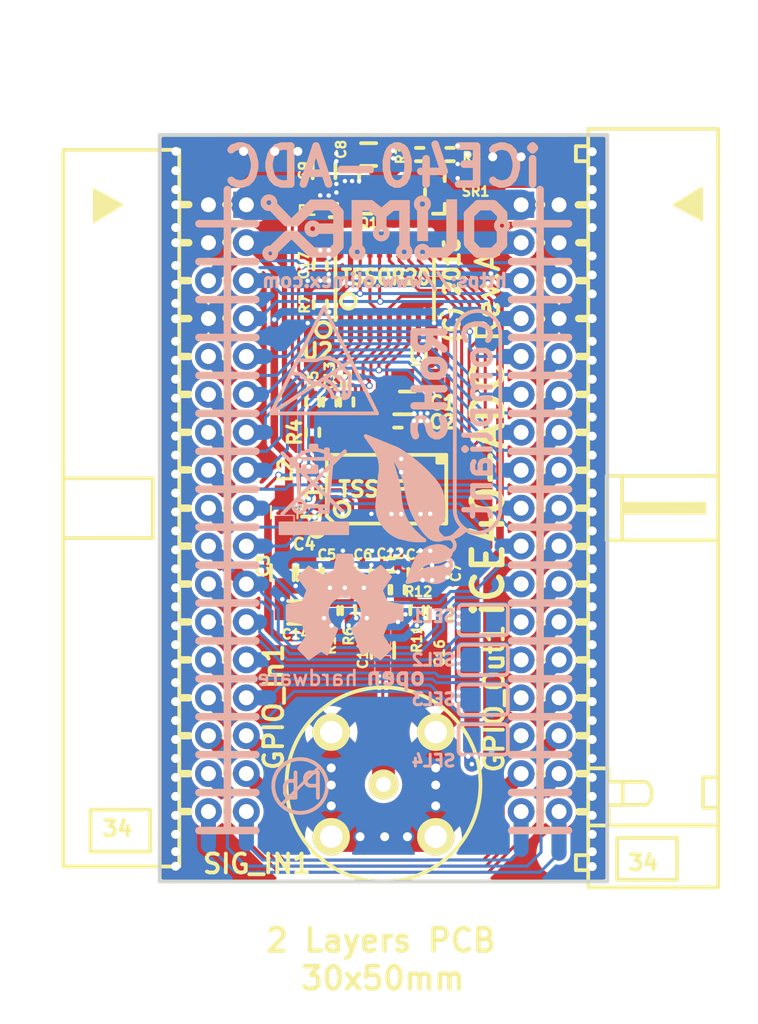
<source format=kicad_pcb>
(kicad_pcb (version 20221018) (generator pcbnew)
  (layers (0 "F.Cu" signal) (31 "B.Cu" signal) (34 "B.Paste" user) (35 "F.Paste" user) (36 "B.SilkS" user "B.Silkscreen") (37 "F.SilkS" user "F.Silkscreen") (38 "B.Mask" user) (39 "F.Mask" user) (44 "Edge.Cuts" user))
  (net 0 "")
  (net 1 "GND")
  (net 2 "+5V")
  (net 3 "+3V3")
  (net 4 "/EXTCLK")
  (net 5 "Net-(C1-Pad2)")
  (net 6 "/VRT")
  (net 7 "Net-(C10-Pad2)")
  (net 8 "Net-(C11-Pad1)")
  (net 9 "Net-(C12-Pad2)")
  (net 10 "Net-(C13-Pad1)")
  (net 11 "Net-(C16-Pad2)")
  (net 12 "Net-(Q1-Pad1)")
  (net 13 "Net-(R3-Pad2)")
  (net 14 "Net-(R1-Pad2)")
  (net 15 "Net-(U1-Pad13)")
  (net 16 "Net-(U1-Pad14)")
  (net 17 "Net-(U1-Pad15)")
  (net 18 "Net-(U1-Pad16)")
  (net 19 "Net-(U1-Pad19)")
  (net 20 "Net-(U1-Pad20)")
  (net 21 "Net-(U1-Pad21)")
  (net 22 "Net-(U1-Pad22)")
  (net 23 "Net-(C3-Pad2)")
  (net 24 "Net-(C11-Pad2)")
  (net 25 "Net-(R7-Pad2)")
  (net 26 "/ADC_D0")
  (net 27 "/ADC_D1")
  (net 28 "/ADC_D2")
  (net 29 "/GPIO_Pin<10>")
  (net 30 "/GPIO_Pin<12>")
  (net 31 "/ADC_D3")
  (net 32 "/GPIO_Pin<14>")
  (net 33 "/ADC_D4")
  (net 34 "/GPIO_Pin<16>")
  (net 35 "/ADC_D5")
  (net 36 "/GPIO_Pin<18>")
  (net 37 "/ADC_D6")
  (net 38 "/GPIO_Pin<20>")
  (net 39 "/ADC_D7")
  (net 40 "/GPIO_Pin<26>")
  (net 41 "/GPIO_Pin<25>")
  (net 42 "/GPIO_Pin<34>")
  (net 43 "/GPIO_Pin<31>")
  (net 44 "/GPIO_Pin<32>")
  (net 45 "/GPIO_Pin<33>")
  (net 46 "/GPIO_Pin<29>")
  (net 47 "/GPIO_Pin<28>")
  (net 48 "/GPIO_Pin<30>")
  (net 49 "/GPIO_Pin<27>")
  (net 50 "/GPIO_Pin<22>")
  (net 51 "/GPIO_Pin<24>")
  (net 52 "/GPIO_Pin<23>")
  (net 53 "/ADC_CLK")
  (footprint "OLIMEX_RLC-FP:C_0603_5MIL_DWS" (layer "F.Cu") (at 141.605 87.9475 180)
    (fp_text reference "C1")
    (fp_text value "22uF/6.3V/0603")
  )
  (footprint "OLIMEX_RLC-FP:C_0603_5MIL_DWS" (layer "F.Cu") (at 139.0015 71.3105 180)
    (fp_text reference "C8")
    (fp_text value "NA(22uF/6.3V/0603)")
  )
  (footprint "OLIMEX_RLC-FP:C_0603_5MIL_DWS" (layer "F.Cu") (at 136.017 72.39 -90)
    (fp_text reference "C9")
    (fp_text value "NA(22uF/6.3V/0603)")
  )
  (footprint "OLIMEX_RLC-FP:C_0402_5MIL_DWS" (layer "F.Cu") (at 140.462 98.806 180)
    (fp_text reference "C12")
    (fp_text value "NA(10pF)")
  )
  (footprint "OLIMEX_RLC-FP:C_0402_5MIL_DWS" (layer "F.Cu") (at 136.398 87.884 90)
    (fp_text reference "C13")
    (fp_text value "NA")
  )
  (footprint "OLIMEX_RLC-FP:C_0402_5MIL_DWS" (layer "F.Cu") (at 137.414 99.314 90)
    (fp_text reference "C15")
    (fp_text value "100nF")
  )
  (footprint "OLIMEX_RLC-FP:R_0402_5MIL_DWS" (layer "F.Cu") (at 137.541 87.884 -90)
    (fp_text reference "R1")
    (fp_text value "10k")
  )
  (footprint "OLIMEX_RLC-FP:R_0402_5MIL_DWS" (layer "F.Cu") (at 136.652 75.057 180)
    (fp_text reference "R2")
    (fp_text value "NA")
  )
  (footprint "OLIMEX_RLC-FP:R_0402_5MIL_DWS" (layer "F.Cu") (at 142.4305 71.3105)
    (fp_text reference "R3")
    (fp_text value "NA")
  )
  (footprint "OLIMEX_RLC-FP:R_0402_5MIL_DWS" (layer "F.Cu") (at 135.255 89.916 90)
    (fp_text reference "R4")
    (fp_text value "22R")
  )
  (footprint "OLIMEX_RLC-FP:R_0402_5MIL_DWS" (layer "F.Cu") (at 135.255 87.884 -90)
    (fp_text reference "R5")
    (fp_text value "NA(22R)")
  )
  (footprint "OLIMEX_RLC-FP:R_0402_5MIL_DWS" (layer "F.Cu") (at 137.668 101.854 90)
    (fp_text reference "R6")
    (fp_text value "110R/1%")
  )
  (footprint "OLIMEX_RLC-FP:R_0402_5MIL_DWS" (layer "F.Cu") (at 135.763 81.3435 90)
    (fp_text reference "R7")
    (fp_text value "10k")
  )
  (footprint "OLIMEX_RLC-FP:R_0402_5MIL_DWS" (layer "F.Cu") (at 144.4625 71.3105)
    (fp_text reference "R8")
    (fp_text value "NA")
  )
  (footprint "OLIMEX_RLC-FP:R_0402_5MIL_DWS" (layer "F.Cu") (at 139.954 100.457 -90)
    (fp_text reference "R9")
    (fp_text value "110R/1%")
  )
  (footprint "OLIMEX_RLC-FP:R_0402_5MIL_DWS" (layer "F.Cu") (at 136.525 101.854 -90)
    (fp_text reference "R10")
    (fp_text value "220R/1%")
  )
  (footprint "OLIMEX_RLC-FP:R_0402_5MIL_DWS" (layer "F.Cu") (at 142.24 101.854 90)
    (fp_text reference "R11")
    (fp_text value "110R/1%")
  )
  (footprint "OLIMEX_RLC-FP:R_0402_5MIL_DWS" (layer "F.Cu") (at 140.97 100.457 90)
    (fp_text reference "R12")
    (fp_text value "220R/1%")
  )
  (footprint "OLIMEX_RLC-FP:R_0402_5MIL_DWS" (layer "F.Cu") (at 140.462 102.108)
    (fp_text reference "R13")
    (fp_text value "56R/1%")
  )
  (footprint "OLIMEX_RLC-FP:C_0402_5MIL_DWS" (layer "F.Cu") (at 140.97 89.154 180)
    (fp_text reference "C2")
    (fp_text value "100nF")
  )
  (footprint "OLIMEX_RLC-FP:C_0603_5MIL_DWS" (layer "F.Cu") (at 133.223 99.314 90)
    (fp_text reference "C3")
    (fp_text value "22uF/6.3V/0603")
  )
  (footprint "OLIMEX_RLC-FP:C_0603_5MIL_DWS" (layer "F.Cu") (at 135.001 99.314 90)
    (fp_text reference "C4")
    (fp_text value "22uF/6.3V/0603")
  )
  (footprint "OLIMEX_RLC-FP:C_0402_5MIL_DWS" (layer "F.Cu") (at 136.398 99.314 90)
    (fp_text reference "C5")
    (fp_text value "100nF")
  )
  (footprint "OLIMEX_RLC-FP:C_0402_5MIL_DWS" (layer "F.Cu") (at 138.684 99.314 90)
    (fp_text reference "C6")
    (fp_text value "100nF")
  )
  (footprint "OLIMEX_RLC-FP:C_0402_5MIL_DWS" (layer "F.Cu") (at 143.764 99.314 90)
    (fp_text reference "C7")
    (fp_text value "100nF")
  )
  (footprint "OLIMEX_RLC-FP:C_0402_5MIL_DWS" (layer "F.Cu") (at 142.113 99.314 90)
    (fp_text reference "C10")
    (fp_text value "100nF")
  )
  (footprint "OLIMEX_RLC-FP:C_0603_5MIL_DWS" (layer "F.Cu") (at 139.954 104.521 -90)
    (fp_text reference "C11")
    (fp_text value "1uF/6.3V/0603")
  )
  (footprint "OLIMEX_RLC-FP:C_0603_5MIL_DWS" (layer "F.Cu") (at 134.112 101.981)
    (fp_text reference "C14")
    (fp_text value "22uF/6.3V/0603")
  )
  (footprint "OLIMEX_RLC-FP:C_0603_5MIL_DWS" (layer "F.Cu") (at 143.764 102.108 90)
    (fp_text reference "C16")
    (fp_text value "1uF/6.3V/0603")
  )
  (footprint "OLIMEX_Connectors-FP:IDC34R_PCB" (layer "F.Cu") (at 129.54 94.996 90)
    (fp_text reference "GPIO_In1")
    (fp_text value "IDC34R")
  )
  (footprint "OLIMEX_Connectors-FP:BH34R" (layer "F.Cu") (at 150.495 94.996 -90)
    (fp_text reference "GPIO_Out1")
    (fp_text value "BH34R")
  )
  (footprint "OLIMEX_RLC-FP:L_0805_5MIL_DWS" (layer "F.Cu") (at 142.3035 86.2965)
    (fp_text reference "L1")
    (fp_text value "FB0805/600R/2A")
  )
  (footprint "OLIMEX_Transistors-FP:SOT23" (layer "F.Cu") (at 139.0015 73.8505)
    (fp_text reference "Q1")
    (fp_text value "NA(BC817-40(SOT-23))")
  )
  (footprint "OLIMEX_IC-FP:SOT-23" (layer "F.Cu") (at 143.4465 73.8505 180)
    (fp_text reference "SR1")
    (fp_text value "NA(TLV431BSN1T1G(SOT23-3))")
  )
  (footprint "OLIMEX_IC-FP:TSSOP-24_Pitch-0.65mm_7.80x6.40x1.20mm" (layer "F.Cu") (at 140.208 93.726)
    (fp_text reference "U1")
    (fp_text value "ADC08100CIMTCX/NOPB(TSSOP-24)")
  )
  (footprint "OLIMEX_RLC-FP:C_0402_5MIL_DWS" (layer "F.Cu") (at 135.763 78.74 90)
    (fp_text reference "C17")
    (fp_text value "100nF")
  )
  (footprint "OLIMEX_Connectors-FP:BNC-JD11-50-LF_1-IN_2-GND" (layer "F.Cu") (at 140 113.5)
    (fp_text reference "SIG_IN1")
    (fp_text value "BNC-JD11-50-LF")
  )
  (footprint "OLIMEX_IC-FP:TSSOP20_Pitch-0.65mm_6.6x4.5x1.2mm" (layer "F.Cu") (at 140.081 80.137)
    (fp_text reference "U2")
    (fp_text value "SN74ALVC244PWR(TSSOP-20)")
  )
  (footprint "OLIMEX_Other-FP:Fiducial1x3" (layer "F.Cu") (at 128.27 71.755)
    (fp_text reference "")
    (fp_text value "")
  )
  (footprint "OLIMEX_Other-FP:Fiducial1x3" (layer "F.Cu") (at 151.765 118.11)
    (fp_text reference "")
    (fp_text value "")
  )
  (footprint "OLIMEX_Other-FP:Fiducial1x3" (layer "F.Cu") (at 151.765 71.755)
    (fp_text reference "")
    (fp_text value "")
  )
  (footprint "OLIMEX_RLC-FP:L_0805_5MIL_DWS" (layer "F.Cu") (at 133.35 95.25 90)
    (fp_text reference "L2")
    (fp_text value "FB0805/600R/2A")
  )
  (footprint "OLIMEX_Jumpers-FP:SJ" (layer "B.Cu") (at 146.685 102.489)
    (fp_text reference "SEL1")
    (fp_text value "Soldered")
  )
  (footprint "OLIMEX_Jumpers-FP:SJ" (layer "B.Cu") (at 146.685 105.156)
    (fp_text reference "SEL2")
    (fp_text value "Opened")
  )
  (footprint "OLIMEX_Jumpers-FP:SJ" (layer "B.Cu") (at 146.685 107.823)
    (fp_text reference "SEL3")
    (fp_text value "Opened")
  )
  (footprint "OLIMEX_Jumpers-FP:SJ" (layer "B.Cu") (at 146.685 110.49)
    (fp_text reference "SEL4")
    (fp_text value "Opened")
  )
  (footprint "OLIMEX_LOGOs-FP:LOGO_ANTISTATIC_1" (layer "B.Cu") (at 139.573 88.646 180)
    (fp_text reference "Ref**" hide)
    (fp_text value "Val**" hide)
  )
  (footprint "OLIMEX_LOGOs-FP:LOGO_ROHS_1" (layer "B.Cu") (at 147.193 82.804 -90)
    (fp_text reference "Ref**" hide)
    (fp_text value "Val**" hide)
  )
  (footprint "OLIMEX_LOGOs-FP:LOGO_OPENHARDWARE_8x8" (layer "B.Cu") (at 137.414 102.108 180)
    (fp_text reference "" hide)
    (fp_text value "" hide)
  )
  (footprint "OLIMEX_LOGOs-FP:LOGO_PBFREE" (layer "B.Cu") (at 134.62 113.284)
    (fp_text reference "")
    (fp_text value "")
  )
  (footprint "OLIMEX_LOGOs-FP:LOGO_RECYCLEBIN_1" (layer "B.Cu") (at 137.668 96.774 180)
    (fp_text reference "" hide)
    (fp_text value "" hide)
  )
  (footprint "OLIMEX_LOGOs-FP:OLIMEX_LOGO_TB" (layer "B.Cu") (at 139.954 76.2 180)
    (fp_text reference "" hide)
    (fp_text value "" hide)
  )
  (gr_line (start 148.59 111.506) (end 152.4 111.506) (stroke (width 0.508)) (layer "B.SilkS"))
  (gr_line (start 148.59 108.966) (end 152.4 108.966) (stroke (width 0.508)) (layer "B.SilkS"))
  (gr_line (start 148.59 106.426) (end 152.4 106.426) (stroke (width 0.508)) (layer "B.SilkS"))
  (gr_line (start 148.59 103.886) (end 152.4 103.886) (stroke (width 0.508)) (layer "B.SilkS"))
  (gr_line (start 148.59 101.346) (end 152.4 101.346) (stroke (width 0.508)) (layer "B.SilkS"))
  (gr_line (start 148.59 98.806) (end 152.4 98.806) (stroke (width 0.508)) (layer "B.SilkS"))
  (gr_line (start 148.59 96.266) (end 152.4 96.266) (stroke (width 0.508)) (layer "B.SilkS"))
  (gr_line (start 148.59 93.726) (end 152.4 93.726) (stroke (width 0.508)) (layer "B.SilkS"))
  (gr_line (start 148.59 91.186) (end 152.4 91.186) (stroke (width 0.508)) (layer "B.SilkS"))
  (gr_line (start 148.59 88.646) (end 152.4 88.646) (stroke (width 0.508)) (layer "B.SilkS"))
  (gr_line (start 148.59 86.106) (end 152.4 86.106) (stroke (width 0.508)) (layer "B.SilkS"))
  (gr_line (start 148.59 83.566) (end 152.4 83.566) (stroke (width 0.508)) (layer "B.SilkS"))
  (gr_line (start 148.59 81.026) (end 152.4 81.026) (stroke (width 0.508)) (layer "B.SilkS"))
  (gr_line (start 148.59 78.486) (end 152.4 78.486) (stroke (width 0.508)) (layer "B.SilkS"))
  (gr_line (start 148.844 75.946) (end 152.4 75.946) (stroke (width 0.508)) (layer "B.SilkS"))
  (gr_line (start 127.635 114.046) (end 131.445 114.046) (stroke (width 0.508)) (layer "B.SilkS"))
  (gr_line (start 127.635 111.506) (end 131.445 111.506) (stroke (width 0.508)) (layer "B.SilkS"))
  (gr_line (start 127.635 108.966) (end 131.445 108.966) (stroke (width 0.508)) (layer "B.SilkS"))
  (gr_line (start 127.635 106.426) (end 131.318 106.426) (stroke (width 0.508)) (layer "B.SilkS"))
  (gr_line (start 127.635 103.886) (end 131.445 103.886) (stroke (width 0.508)) (layer "B.SilkS"))
  (gr_line (start 127.635 101.346) (end 131.445 101.346) (stroke (width 0.508)) (layer "B.SilkS"))
  (gr_line (start 127.635 98.806) (end 131.445 98.806) (stroke (width 0.508)) (layer "B.SilkS"))
  (gr_line (start 127.635 96.266) (end 131.445 96.266) (stroke (width 0.508)) (layer "B.SilkS"))
  (gr_line (start 127.635 93.726) (end 131.445 93.726) (stroke (width 0.508)) (layer "B.SilkS"))
  (gr_line (start 127.635 91.186) (end 131.445 91.186) (stroke (width 0.508)) (layer "B.SilkS"))
  (gr_line (start 127.635 88.646) (end 131.445 88.646) (stroke (width 0.508)) (layer "B.SilkS"))
  (gr_line (start 127.635 86.106) (end 131.445 86.106) (stroke (width 0.508)) (layer "B.SilkS"))
  (gr_line (start 127.635 83.566) (end 131.445 83.566) (stroke (width 0.508)) (layer "B.SilkS"))
  (gr_line (start 127.635 81.026) (end 131.445 81.026) (stroke (width 0.508)) (layer "B.SilkS"))
  (gr_line (start 127.635 78.486) (end 131.445 78.486) (stroke (width 0.508)) (layer "B.SilkS"))
  (gr_line (start 127.635 75.946) (end 131.445 75.946) (stroke (width 0.508)) (layer "B.SilkS"))
  (gr_line (start 127.635 116.586) (end 131.445 116.586) (stroke (width 0.508)) (layer "B.SilkS"))
  (gr_line (start 148.59 116.586) (end 152.4 116.586) (stroke (width 0.508)) (layer "B.SilkS"))
  (gr_line (start 150.495 73.66) (end 150.495 116.586) (stroke (width 0.508)) (layer "B.SilkS"))
  (gr_line (start 129.54 116.586) (end 129.54 73.66) (stroke (width 0.508)) (layer "B.SilkS"))
  (gr_line (start 148.59 114.046) (end 152.4 114.046) (stroke (width 0.508)) (layer "B.SilkS"))
  (gr_line (start 143.764 91.44) (end 143.764 91.8464) (stroke (width 0.254)) (layer "F.SilkS"))
  (gr_line (start 143.9672 91.44) (end 143.9672 91.7956) (stroke (width 0.254)) (layer "F.SilkS"))
  (gr_line (start 143.6116 91.948) (end 144.1704 91.948) (stroke (width 0.254)) (layer "F.SilkS"))
  (gr_line (start 143.6116 91.44) (end 143.6116 91.948) (stroke (width 0.254)) (layer "F.SilkS"))
  (gr_line (start 143.764 91.8464) (end 144.1704 91.8464) (stroke (width 0.254)) (layer "F.SilkS"))
  (gr_line (start 155 70) (end 155 120) (stroke (width 0.254)) (layer "Edge.Cuts"))
  (gr_line (start 125 120) (end 125 70) (stroke (width 0.254)) (layer "Edge.Cuts"))
  (gr_line (start 155 120) (end 125 120) (stroke (width 0.254)) (layer "Edge.Cuts"))
  (gr_line (start 125 70) (end 155 70) (stroke (width 0.254)) (layer "Edge.Cuts"))
  (gr_text "iCE40-ADC" (at 139.954 72.136) (layer "B.SilkS") (effects (font (size 2.54 2.54) (thickness 0.508)) (justify mirror)))
  (gr_text "https://www.olimex.com" (at 140.081 79.756) (layer "B.SilkS") (effects (font (size 0.889 0.889) (thickness 0.22225)) (justify mirror)))
  (gr_text "Rev.A" (at 147.0025 80.8355 90) (layer "F.SilkS") (effects (font (size 1.524 1.524) (thickness 0.254))))
  (gr_text "iCE40-ADC" (at 147.0025 93.726 90) (layer "F.SilkS") (effects (font (size 2.032 2.032) (thickness 0.381))))
  (gr_text "2 Layers PCB" (at 139.827 123.952) (layer "F.SilkS") (effects (font (size 1.5 1.5) (thickness 0.3))))
  (gr_text "(C) 2016" (at 144.5895 80.391 90) (layer "F.SilkS") (effects (font (size 1.016 1.016) (thickness 0.254))))
  (gr_text "30x50mm" (at 139.954 126.492) (layer "F.SilkS") (effects (font (size 1.5 1.5) (thickness 0.3))))
  (segment (start 134.92396 83.182821) (end 134.92396 82.914211) (width 0.508) (layer "F.Cu") (net 1))
  (segment (start 139.235593 96.928593) (end 139.235593 97.531541) (width 0.3556) (layer "F.Cu") (net 1))
  (segment (start 142.494 87.9475) (end 142.9385 88.392) (width 0.3556) (layer "F.Cu") (net 1))
  (segment (start 136.412546 100.01156) (end 136.412546 100.329758) (width 0.508) (layer "F.Cu") (net 1))
  (segment (start 142.621 99.822) (end 143.256 99.822) (width 0.508) (layer "F.Cu") (net 1))
  (segment (start 135.130812 100.332812) (end 136.409492 100.332812) (width 0.508) (layer "F.Cu") (net 1))
  (segment (start 143.5 117) (end 143.5 114.935) (width 2.032) (layer "F.Cu") (net 1))
  (segment (start 138.684 100.648198) (end 138.88721 100.851408) (width 0.508) (layer "F.Cu") (net 1))
  (segment (start 139.233 96.926) (end 139.233 95.414883) (width 0.3556) (layer "F.Cu") (net 1))
  (segment (start 142.494 87.9475) (end 142.494 88.646) (width 0.3556) (layer "F.Cu") (net 1))
  (segment (start 133.223 100.203) (end 134.112 100.203) (width 1.016) (layer "F.Cu") (net 1))
  (segment (start 141.183 90.526) (end 141.183 89.449) (width 0.3556) (layer "F.Cu") (net 1))
  (segment (start 141.979606 88.392) (end 142.0495 88.392) (width 0.254) (layer "F.Cu") (net 1))
  (segment (start 144.9705 71.3105) (end 145.6055 71.3105) (width 0.508) (layer "F.Cu") (net 1))
  (segment (start 139.885361 71.064147) (end 139.893008 71.0565) (width 0.508) (layer "F.Cu") (net 1))
  (segment (start 142.486897 96.929897) (end 142.486897 97.521408) (width 0.3556) (layer "F.Cu") (net 1))
  (segment (start 140.533 96.926) (end 140.533 97.824866) (width 0.3556) (layer "F.Cu") (net 1))
  (segment (start 136.5 112.395) (end 136.5 113.538) (width 2.032) (layer "F.Cu") (net 1))
  (segment (start 142.996758 83.6295) (end 143.4465 83.6295) (width 0.3556) (layer "F.Cu") (net 1))
  (segment (start 136.651591 87.378551) (end 136.969789 87.378551) (width 0.508) (layer "F.Cu") (net 1))
  (segment (start 144.5465 73.8505) (end 144.9705 73.4265) (width 0.508) (layer "F.Cu") (net 1))
  (segment (start 141.183 95.390547) (end 141.185193 95.39274) (width 0.3556) (layer "F.Cu") (net 1))
  (segment (start 136.3345 79.756) (end 135.763 79.756) (width 0.508) (layer "F.Cu") (net 1))
  (segment (start 143.788229 102.972771) (end 144.008174 102.972771) (width 0.508) (layer "F.Cu") (net 1))
  (segment (start 141.183 96.926) (end 141.183 97.831) (width 0.3556) (layer "F.Cu") (net 1))
  (segment (start 137.287987 87.378551) (end 136.969789 87.378551) (width 0.508) (layer "F.Cu") (net 1))
  (segment (start 136.409492 100.332812) (end 136.412546 100.329758) (width 0.508) (layer "F.Cu") (net 1))
  (segment (start 139.885361 71.305361) (end 139.885361 71.064147) (width 0.508) (layer "F.Cu") (net 1))
  (segment (start 144.018 102.982597) (end 144.018 103.759) (width 0.508) (layer "F.Cu") (net 1))
  (segment (start 142.991 82.937) (end 142.991 82.238854) (width 0.3556) (layer "F.Cu") (net 1))
  (segment (start 139.8905 71.3105) (end 139.885361 71.305361) (width 0.508) (layer "F.Cu") (net 1))
  (segment (start 141.183 90.526) (end 141.183 91.694) (width 0.3556) (layer "F.Cu") (net 1))
  (segment (start 140.533 97.824866) (end 140.530704 97.827162) (width 0.254) (layer "F.Cu") (net 1))
  (segment (start 140.97 102.108) (end 140.971051 102.106949) (width 0.508) (layer "F.Cu") (net 1))
  (segment (start 144.9705 71.3105) (end 144.9705 70.739) (width 0.508) (layer "F.Cu") (net 1))
  (segment (start 138.684 99.822) (end 138.684 100.33) (width 0.508) (layer "F.Cu") (net 1))
  (segment (start 136.414393 100.327911) (end 136.412546 100.329758) (width 0.508) (layer "F.Cu") (net 1))
  (segment (start 136.015267 79.322832) (end 136.333465 79.322832) (width 0.508) (layer "F.Cu") (net 1))
  (segment (start 143.764 99.822) (end 143.769577 99.816423) (width 0.508) (layer "F.Cu") (net 1))
  (segment (start 137.414 99.822) (end 137.407013 99.828987) (width 0.508) (layer "F.Cu") (net 1))
  (segment (start 136.400551 87.378551) (end 136.651591 87.378551) (width 0.508) (layer "F.Cu") (net 1))
  (segment (start 136.5 110) (end 136.5 112.395) (width 2.032) (layer "F.Cu") (net 1))
  (segment (start 144.096727 99.816423) (end 144.283368 99.629782) (width 0.508) (layer "F.Cu") (net 1))
  (segment (start 141.478 89.154) (end 141.478 88.893606) (width 0.254) (layer "F.Cu") (net 1))
  (segment (start 142.9385 88.646) (end 142.9385 89.154) (width 0.3556) (layer "F.Cu") (net 1))
  (segment (start 136.398 86.868) (end 134.921781 85.391781) (width 0.508) (layer "F.Cu") (net 1))
  (segment (start 140.97 104.521) (end 140.97 107.47) (width 0.508) (layer "F.Cu") (net 1))
  (segment (start 134.921781 83.185) (end 134.92396 83.182821) (width 0.508) (layer "F.Cu") (net 1))
  (segment (start 136.398 87.376) (end 136.400551 87.378551) (width 0.508) (layer "F.Cu") (net 1))
  (segment (start 142.0495 88.646) (end 142.9385 88.646) (width 0.3556) (layer "F.Cu") (net 1))
  (segment (start 143.133 95.9454) (end 143.129 95.9414) (width 0.3556) (layer "F.Cu") (net 1))
  (segment (start 136.017 71.501) (end 136.271 71.755) (width 0.508) (layer "F.Cu") (net 1))
  (segment (start 143.51 103.759) (end 144.018 103.759) (width 0.508) (layer "F.Cu") (net 1))
  (segment (start 141.183 96.926) (end 141.183 95.394933) (width 0.3556) (layer "F.Cu") (net 1))
  (segment (start 144.9705 73.4265) (end 144.9705 72.898) (width 0.508) (layer "F.Cu") (net 1))
  (segment (start 133.223 102.041962) (end 134.127239 102.946201) (width 0.508) (layer "F.Cu") (net 1))
  (segment (start 137.749999 108.750001) (end 136.5 110) (width 0.508) (layer "F.Cu") (net 1))
  (segment (start 140.6525 71.5645) (end 140.6525 71.0565) (width 0.508) (layer "F.Cu") (net 1))
  (segment (start 147.41261 79.051165) (end 147.187611 79.276164) (width 0.254) (layer "F.Cu") (net 1))
  (segment (start 141.478 88.893606) (end 141.979606 88.392) (width 0.254) (layer "F.Cu") (net 1))
  (segment (start 142.991 82.937) (end 143.041232 82.937) (width 0.3556) (layer "F.Cu") (net 1))
  (segment (start 134.921781 85.391781) (end 134.921781 84.649104) (width 0.508) (layer "F.Cu") (net 1))
  (segment (start 140.971051 102.106949) (end 141.160673 102.106949) (width 0.508) (layer "F.Cu") (net 1))
  (segment (start 141.605 117) (end 143.5 117) (width 2.032) (layer "F.Cu") (net 1))
  (segment (start 141.285914 99.270788) (end 140.967716 99.270788) (width 0.3556) (layer "F.Cu") (net 1))
  (segment (start 142.9385 89.154) (end 142.494 89.154) (width 0.3556) (layer "F.Cu") (net 1))
  (segment (start 138.684 100.33) (end 138.684 100.648198) (width 0.508) (layer "F.Cu") (net 1))
  (segment (start 135.763 79.248) (end 135.763 79.756) (width 0.508) (layer "F.Cu") (net 1))
  (segment (start 143.4465 82.2325) (end 143.4465 83.6295) (width 0.3556) (layer "F.Cu") (net 1))
  (segment (start 135.763 79.248) (end 135.837832 79.322832) (width 0.508) (layer "F.Cu") (net 1))
  (segment (start 143.5 114.935) (end 143.5 113.538) (width 2.032) (layer "F.Cu") (net 1))
  (segment (start 140.530704 98.366704) (end 140.97 98.806) (width 0.254) (layer "F.Cu") (net 1))
  (segment (start 136.206802 102.853629) (end 136.525 102.853629) (width 0.508) (layer "F.Cu") (net 1))
  (segment (start 136.3345 79.756) (end 136.3345 79.323867) (width 0.508) (layer "F.Cu") (net 1))
  (segment (start 143.133 96.926) (end 143.133 95.9454) (width 0.3556) (layer "F.Cu") (net 1))
  (segment (start 140.97 99.241799) (end 140.967716 99.241799) (width 0.508) (layer "F.Cu") (net 1))
  (segment (start 141.72023 89.148265) (end 142.038428 89.148265) (width 0.3556) (layer "F.Cu") (net 1))
  (segment (start 133.223 101.981) (end 133.223 101.092) (width 1.016) (layer "F.Cu") (net 1))
  (segment (start 142.991 82.677) (end 142.991 82.937) (width 0.3556) (layer "F.Cu") (net 1))
  (segment (start 143.522367 102.984393) (end 143.51 102.99676) (width 0.508) (layer "F.Cu") (net 1))
  (segment (start 139.8905 71.3105) (end 139.891126 71.311126) (width 0.508) (layer "F.Cu") (net 1))
  (segment (start 142.748 104.521) (end 141.859 104.521) (width 0.508) (layer "F.Cu") (net 1))
  (segment (start 139.195117 95.377) (end 139.192 95.377) (width 0.3556) (layer "F.Cu") (net 1))
  (segment (start 141.478 89.154) (end 141.483735 89.148265) (width 0.3556) (layer "F.Cu") (net 1))
  (segment (start 138.88721 104.521) (end 138.88721 107.61279) (width 0.508) (layer "F.Cu") (net 1))
  (segment (start 139.891126 71.555575) (end 139.900051 71.5645) (width 0.508) (layer "F.Cu") (net 1))
  (segment (start 140.97 98.806) (end 140.97 99.241799) (width 0.508) (layer "F.Cu") (net 1))
  (segment (start 143.764 102.997) (end 143.788229 102.972771) (width 0.508) (layer "F.Cu") (net 1))
  (segment (start 139.233 96.926) (end 139.235593 96.928593) (width 0.3556) (layer "F.Cu") (net 1))
  (segment (start 140.530704 97.827162) (end 140.530704 98.366704) (width 0.254) (layer "F.Cu") (net 1))
  (segment (start 142.494 89.154) (end 142.044163 89.154) (width 0.3556) (layer "F.Cu") (net 1))
  (segment (start 141.183 91.694) (end 141.183 92.583) (width 0.3556) (layer "F.Cu") (net 1))
  (segment (start 142.991 82.937) (end 142.991 83.635258) (width 0.3556) (layer "F.Cu") (net 1))
  (segment (start 143.133 96.926) (end 143.132422 96.926578) (width 0.3556) (layer "F.Cu") (net 1))
  (segment (start 150.455201 78.525799) (end 147.937976 78.525799) (width 0.254) (layer "F.Cu") (net 1))
  (segment (start 142.053802 99.822) (end 141.50259 99.270788) (width 0.3556) (layer "F.Cu") (net 1))
  (segment (start 136.271 71.755) (end 136.8425 71.755) (width 0.508) (layer "F.Cu") (net 1))
  (segment (start 133.223 101.981) (end 133.223 102.041962) (width 0.508) (layer "F.Cu") (net 1))
  (segment (start 144.9705 72.898) (end 144.9705 71.9455) (width 0.508) (layer "F.Cu") (net 1))
  (segment (start 141.160673 102.106949) (end 141.478871 102.106949) (width 0.508) (layer "F.Cu") (net 1))
  (segment (start 139.233 95.414883) (end 139.195117 95.377) (width 0.3556) (layer "F.Cu") (net 1))
  (segment (start 138.88721 100.851408) (end 138.88721 102.362) (width 0.508) (layer "F.Cu") (net 1))
  (segment (start 136.8425 71.247009) (end 136.8425 71.755) (width 0.508) (layer "F.Cu") (net 1))
  (segment (start 138.88721 102.362) (end 138.88721 104.521) (width 0.508) (layer "F.Cu") (net 1))
  (segment (start 143.5 113.538) (end 143.5 112.395) (width 2.032) (layer "F.Cu") (net 1))
  (segment (start 139.893008 71.0565) (end 140.6525 71.0565) (width 0.508) (layer "F.Cu") (net 1))
  (segment (start 143.764 99.822) (end 143.256 99.822) (width 0.508) (layer "F.Cu") (net 1))
  (segment (start 140.081 117) (end 141.605 117) (width 2.032) (layer "F.Cu") (net 1))
  (segment (start 143.764 102.997) (end 143.751393 102.984393) (width 0.508) (layer "F.Cu") (net 1))
  (segment (start 137.283 96.926) (end 137.283 95.40805) (width 0.3556) (layer "F.Cu") (net 1))
  (segment (start 135.837832 79.322832) (end 136.015267 79.322832) (width 0.508) (layer "F.Cu") (net 1))
  (segment (start 138.88721 107.61279) (end 137.749999 108.750001) (width 0.508) (layer "F.Cu") (net 1))
  (segment (start 137.279969 97.530469) (end 137.279969 97.848667) (width 0.3556) (layer "F.Cu") (net 1))
  (segment (start 142.991 82.238854) (end 142.997354 82.2325) (width 0.3556) (layer "F.Cu") (net 1))
  (segment (start 134.934014 79.756) (end 134.921781 79.768233) (width 0.508) (layer "F.Cu") (net 1))
  (segment (start 142.486897 97.521408) (end 142.486897 97.839606) (width 0.3556) (layer "F.Cu") (net 1))
  (segment (start 144.9705 71.3105) (end 144.9705 71.9455) (width 0.508) (layer "F.Cu") (net 1))
  (segment (start 134.921781 80.086431) (end 134.921781 79.768233) (width 0.508) (layer "F.Cu") (net 1))
  (segment (start 136.11423 102.946201) (end 136.206802 102.853629) (width 0.508) (layer "F.Cu") (net 1))
  (segment (start 143.51 103.759) (end 142.748 104.521) (width 0.508) (layer "F.Cu") (net 1))
  (segment (start 136.525 102.362) (end 136.525 102.853629) (width 0.508) (layer "F.Cu") (net 1))
  (segment (start 143.132422 96.926578) (end 143.132422 97.533822) (width 0.3556) (layer "F.Cu") (net 1))
  (segment (start 134.127239 102.946201) (end 136.11423 102.946201) (width 0.508) (layer "F.Cu") (net 1))
  (segment (start 140.97 107.47) (end 143.5 110) (width 0.508) (layer "F.Cu") (net 1))
  (segment (start 135.001 100.203) (end 135.130812 100.332812) (width 0.508) (layer "F.Cu") (net 1))
  (segment (start 143.041232 82.937) (end 143.162168 82.816064) (width 0.3556) (layer "F.Cu") (net 1))
  (segment (start 141.50259 99.270788) (end 141.285914 99.270788) (width 0.3556) (layer "F.Cu") (net 1))
  (segment (start 142.0495 88.392) (end 142.0495 88.646) (width 0.3556) (layer "F.Cu") (net 1))
  (segment (start 147.937976 78.525799) (end 147.41261 79.051165) (width 0.254) (layer "F.Cu") (net 1))
  (segment (start 143.769577 99.816423) (end 144.096727 99.816423) (width 0.508) (layer "F.Cu") (net 1))
  (segment (start 137.541 87.376) (end 137.538449 87.378551) (width 0.508) (layer "F.Cu") (net 1))
  (segment (start 141.183 98.593) (end 140.97 98.806) (width 0.254) (layer "F.Cu") (net 1))
  (segment (start 143.51 102.99676) (end 143.51 103.759) (width 0.508) (layer "F.Cu") (net 1))
  (segment (start 141.183 97.831) (end 141.183 98.593) (width 0.254) (layer "F.Cu") (net 1))
  (segment (start 142.483 96.926) (end 142.486897 96.929897) (width 0.3556) (layer "F.Cu") (net 1))
  (segment (start 137.279969 96.929031) (end 137.279969 97.530469) (width 0.3556) (layer "F.Cu") (net 1))
  (segment (start 144.008174 102.972771) (end 144.018 102.982597) (width 0.508) (layer "F.Cu") (net 1))
  (segment (start 151.765 77.216) (end 150.455201 78.525799) (width 1.016) (layer "F.Cu") (net 1))
  (segment (start 137.283 95.40805) (end 137.269475 95.394525) (width 0.3556) (layer "F.Cu") (net 1))
  (segment (start 141.183 92.583) (end 141.183 95.390547) (width 0.3556) (layer "F.Cu") (net 1))
  (segment (start 142.113 99.822) (end 142.053802 99.822) (width 0.3556) (layer "F.Cu") (net 1))
  (segment (start 137.407013 100.327911) (end 136.414393 100.327911) (width 0.508) (layer "F.Cu") (net 1))
  (segment (start 137.407013 99.828987) (end 137.407013 100.009713) (width 0.508) (layer "F.Cu") (net 1))
  (segment (start 143.132422 97.533822) (end 143.132422 97.85202) (width 0.3556) (layer "F.Cu") (net 1))
  (segment (start 133.223 101.092) (end 133.223 100.203) (width 1.016) (layer "F.Cu") (net 1))
  (segment (start 134.921781 84.649104) (end 134.921781 83.185) (width 0.508) (layer "F.Cu") (net 1))
  (segment (start 142.494 87.9475) (end 142.0495 88.392) (width 0.3556) (layer "F.Cu") (net 1))
  (segment (start 134.92396 82.914211) (end 134.92396 82.596013) (width 0.508) (layer "F.Cu") (net 1))
  (segment (start 137.283 96.926) (end 137.279969 96.929031) (width 0.3556) (layer "F.Cu") (net 1))
  (segment (start 141.483735 89.148265) (end 141.72023 89.148265) (width 0.3556) (layer "F.Cu") (net 1))
  (segment (start 139.900051 71.5645) (end 140.6525 71.5645) (width 0.508) (layer "F.Cu") (net 1))
  (segment (start 141.183 95.394933) (end 141.185193 95.39274) (width 0.3556) (layer "F.Cu") (net 1))
  (segment (start 136.5 114.935) (end 136.5 117) (width 2.032) (layer "F.Cu") (net 1))
  (segment (start 134.921781 83.185) (end 134.921781 80.086431) (width 0.508) (layer "F.Cu") (net 1))
  (segment (start 142.113 99.822) (end 142.621 99.822) (width 0.508) (layer "F.Cu") (net 1))
  (segment (start 136.398 87.376) (end 136.398 86.868) (width 0.508) (layer "F.Cu") (net 1))
  (segment (start 136.5 117) (end 138.43 117) (width 2.032) (layer "F.Cu") (net 1))
  (segment (start 142.044163 89.154) (end 142.038428 89.148265) (width 0.3556) (layer "F.Cu") (net 1))
  (segment (start 141.183 89.449) (end 141.478 89.154) (width 0.3556) (layer "F.Cu") (net 1))
  (segment (start 142.997354 82.2325) (end 143.4465 82.2325) (width 0.3556) (layer "F.Cu") (net 1))
  (segment (start 136.270991 71.247009) (end 136.8425 71.247009) (width 0.508) (layer "F.Cu") (net 1))
  (segment (start 144.283368 99.629782) (end 144.283368 99.625527) (width 0.508) (layer "F.Cu") (net 1))
  (segment (start 137.407013 100.009713) (end 137.407013 100.327911) (width 0.508) (layer "F.Cu") (net 1))
  (segment (start 142.9385 88.392) (end 142.9385 88.646) (width 0.3556) (layer "F.Cu") (net 1))
  (segment (start 140.97 102.108) (end 140.97 102.616) (width 0.508) (layer "F.Cu") (net 1))
  (segment (start 143.751393 102.984393) (end 143.522367 102.984393) (width 0.508) (layer "F.Cu") (net 1))
  (segment (start 139.891126 71.311126) (end 139.891126 71.555575) (width 0.508) (layer "F.Cu") (net 1))
  (segment (start 143.5 112.395) (end 143.5 110) (width 2.032) (layer "F.Cu") (net 1))
  (segment (start 137.538449 87.378551) (end 137.287987 87.378551) (width 0.508) (layer "F.Cu") (net 1))
  (segment (start 136.525 102.362) (end 136.017 102.362) (width 0.508) (layer "F.Cu") (net 1))
  (segment (start 143.129 95.9414) (end 143.129 95.377) (width 0.3556) (layer "F.Cu") (net 1))
  (segment (start 135.763 79.756) (end 134.934014 79.756) (width 0.508) (layer "F.Cu") (net 1))
  (segment (start 140.533 96.926) (end 140.533 95.3845) (width 0.3556) (layer "F.Cu") (net 1))
  (segment (start 142.0495 89.137193) (end 142.038428 89.148265) (width 0.3556) (layer "F.Cu") (net 1))
  (segment (start 143.4465 82.677) (end 142.991 82.677) (width 0.3556) (layer "F.Cu") (net 1))
  (segment (start 136.398 99.822) (end 136.412546 99.836546) (width 0.508) (layer "F.Cu") (net 1))
  (segment (start 140.97 102.616) (end 140.97 104.521) (width 0.508) (layer "F.Cu") (net 1))
  (segment (start 142.494 87.9475) (end 142.494 87.94828) (width 0.3556) (layer "F.Cu") (net 1))
  (segment (start 135.001 100.203) (end 134.112 100.203) (width 1.016) (layer "F.Cu") (net 1))
  (segment (start 143.162168 82.816064) (end 143.387167 82.591065) (width 0.3556) (layer "F.Cu") (net 1))
  (segment (start 139.235593 97.531541) (end 139.235593 97.849739) (width 0.3556) (layer "F.Cu") (net 1))
  (segment (start 142.0495 88.646) (end 142.0495 89.137193) (width 0.3556) (layer "F.Cu") (net 1))
  (segment (start 142.483 96.926) (end 142.483 95.388) (width 0.3556) (layer "F.Cu") (net 1))
  (segment (start 136.5 113.538) (end 136.5 114.935) (width 2.032) (layer "F.Cu") (net 1))
  (segment (start 142.991 83.635258) (end 142.996758 83.6295) (width 0.3556) (layer "F.Cu") (net 1))
  (segment (start 138.43 117) (end 140.081 117) (width 2.032) (layer "F.Cu") (net 1))
  (segment (start 136.017 71.501) (end 136.270991 71.247009) (width 0.508) (layer "F.Cu") (net 1))
  (segment (start 143.764 102.997) (end 143.764 103.251) (width 0.508) (layer "F.Cu") (net 1))
  (segment (start 136.412546 99.836546) (end 136.412546 100.01156) (width 0.508) (layer "F.Cu") (net 1))
  (segment (start 141.859 104.521) (end 140.97 104.521) (width 0.508) (layer "F.Cu") (net 1))
  (segment (start 136.3345 79.323867) (end 136.333465 79.322832) (width 0.508) (layer "F.Cu") (net 1))
  (via (at 142.9385 89.154) (size 0.45) (drill 0.3) (layers "F.Cu" "B.Cu") (net 1))
  (via (at 126.069051 110.49) (size 0.9) (drill 0.6) (layers "F.Cu" "B.Cu") (net 1))
  (via (at 126.07925 78.74) (size 0.9) (drill 0.6) (layers "F.Cu" "B.Cu") (net 1))
  (via (at 153.9875 78.105) (size 0.9) (drill 0.6) (layers "F.Cu" "B.Cu") (net 1))
  (via (at 126.069051 97.79) (size 0.9) (drill 0.6) (layers "F.Cu" "B.Cu") (net 1))
  (via (at 142.483 95.388) (size 0.45) (drill 0.3) (layers "F.Cu" "B.Cu") (net 1))
  (via (at 126.069051 109.22) (size 0.9) (drill 0.6) (layers "F.Cu" "B.Cu") (net 1))
  (via (at 126.069051 90.17) (size 0.9) (drill 0.6) (layers "F.Cu" "B.Cu") (net 1))
  (via (at 136.8425 71.755) (size 0.45) (drill 0.3) (layers "F.Cu" "B.Cu") (net 1))
  (via (at 126.069051 114.3) (size 0.9) (drill 0.6) (layers "F.Cu" "B.Cu") (net 1))
  (via (at 142.9385 88.646) (size 0.45) (drill 0.3) (layers "F.Cu" "B.Cu") (net 1))
  (via (at 141.185193 95.39274) (size 0.45) (drill 0.3) (layers "F.Cu" "B.Cu") (net 1))
  (via (at 143.129 95.377) (size 0.45) (drill 0.3) (layers "F.Cu" "B.Cu") (net 1))
  (via (at 140.6525 71.5645) (size 0.45) (drill 0.3) (layers "F.Cu" "B.Cu") (net 1))
  (via (at 140.530704 97.827162) (size 0.45) (drill 0.3) (layers "F.Cu" "B.Cu") (net 1))
  (via (at 126.07925 76.2) (size 0.9) (drill 0.6) (layers "F.Cu" "B.Cu") (net 1))
  (via (at 126.069051 92.71) (size 0.9) (drill 0.6) (layers "F.Cu" "B.Cu") (net 1))
  (via (at 153.9875 101.6) (size 0.9) (drill 0.6) (layers "F.Cu" "B.Cu") (net 1))
  (via (at 139.235593 97.849739) (size 0.45) (drill 0.3) (layers "F.Cu" "B.Cu") (net 1))
  (via (at 141.183 91.694) (size 0.45) (drill 0.3) (layers "F.Cu" "B.Cu") (net 1))
  (via (at 153.9875 110.49) (size 0.9) (drill 0.6) (layers "F.Cu" "B.Cu") (net 1))
  (via (at 126.069051 96.52) (size 0.9) (drill 0.6) (layers "F.Cu" "B.Cu") (net 1))
  (via (at 144.9705 71.9455) (size 0.45) (drill 0.3) (layers "F.Cu" "B.Cu") (net 1))
  (via (at 141.183 97.831) (size 0.45) (drill 0.3) (layers "F.Cu" "B.Cu") (net 1))
  (via (at 153.9875 87.63) (size 0.9) (drill 0.6) (layers "F.Cu" "B.Cu") (net 1))
  (via (at 142.621 99.822) (size 0.45) (drill 0.3) (layers "F.Cu" "B.Cu") (net 1))
  (via (at 153.9875 107.95) (size 0.9) (drill 0.6) (layers "F.Cu" "B.Cu") (net 1))
  (via (at 126.069051 118.977449) (size 0.9) (drill 0.6) (layers "F.Cu" "B.Cu") (net 1))
  (via (at 126.069051 85.09) (size 0.9) (drill 0.6) (layers "F.Cu" "B.Cu") (net 1))
  (via (at 126.069051 116.84) (size 0.9) (drill 0.6) (layers "F.Cu" "B.Cu") (net 1))
  (via (at 126.09195 71.09841) (size 0.9) (drill 0.6) (layers "F.Cu" "B.Cu") (net 1))
  (via (at 153.9875 72.39) (size 0.9) (drill 0.6) (layers "F.Cu" "B.Cu") (net 1))
  (via (at 126.069051 87.63) (size 0.9) (drill 0.6) (layers "F.Cu" "B.Cu") (net 1))
  (via (at 136.5 114.935) (size 0.9) (drill 0.6) (layers "F.Cu" "B.Cu") (net 1))
  (via (at 153.9875 102.87) (size 0.9) (drill 0.6) (layers "F.Cu" "B.Cu") (net 1))
  (via (at 138.684 100.33) (size 0.45) (drill 0.3) (layers "F.Cu" "B.Cu") (net 1))
  (via (at 136.3345 79.756) (size 0.45) (drill 0.3) (layers "F.Cu" "B.Cu") (net 1))
  (via (at 134.112 100.203) (size 0.45) (drill 0.3) (layers "F.Cu" "B.Cu") (net 1))
  (via (at 153.9875 95.25) (size 0.9) (drill 0.6) (layers "F.Cu" "B.Cu") (net 1))
  (via (at 153.9875 111.76) (size 0.9) (drill 0.6) (layers "F.Cu" "B.Cu") (net 1))
  (via (at 136.412546 100.329758) (size 0.45) (drill 0.3) (layers "F.Cu" "B.Cu") (net 1))
  (via (at 126.069051 104.14) (size 0.9) (drill 0.6) (layers "F.Cu" "B.Cu") (net 1))
  (via (at 140.6525 71.0565) (size 0.45) (drill 0.3) (layers "F.Cu" "B.Cu") (net 1))
  (via (at 147.187611 79.276164) (size 0.45) (drill 0.3) (layers "F.Cu" "B.Cu") (net 1))
  (via (at 140.081 117) (size 0.9) (drill 0.6) (layers "F.Cu" "B.Cu") (net 1))
  (via (at 134.265928 71.09841) (size 0.9) (drill 0.6) (layers "F.Cu" "B.Cu") (net 1))
  (via (at 153.9875 109.22) (size 0.9) (drill 0.6) (layers "F.Cu" "B.Cu") (net 1))
  (via (at 126.075295 81.28) (size 0.9) (drill 0.6) (layers "F.Cu" "B.Cu") (net 1))
  (via (at 138.88721 102.362) (size 0.45) (drill 0.3) (layers "F.Cu" "B.Cu") (net 1))
  (via (at 143.256 99.822) (size 0.45) (drill 0.3) (layers "F.Cu" "B.Cu") (net 1))
  (via (at 136.525 102.853629) (size 0.45) (drill 0.3) (layers "F.Cu" "B.Cu") (net 1))
  (via (at 149.225 71.46387) (size 0.9) (drill 0.6) (layers "F.Cu" "B.Cu") (net 1))
  (via (at 153.9875 115.57) (size 0.9) (drill 0.6) (layers "F.Cu" "B.Cu") (net 1))
  (via (at 153.9875 92.71) (size 0.9) (drill 0.6) (layers "F.Cu" "B.Cu") (net 1))
  (via (at 144.283368 99.625527) (size 0.45) (drill 0.3) (layers "F.Cu" "B.Cu") (net 1))
  (via (at 143.5 113.538) (size 0.9) (drill 0.6) (layers "F.Cu" "B.Cu") (net 1))
  (via (at 126.069051 91.44) (size 0.9) (drill 0.6) (layers "F.Cu" "B.Cu") (net 1))
  (via (at 136.8425 71.247009) (size 0.45) (drill 0.3) (layers "F.Cu" "B.Cu") (net 1))
  (via (at 153.99258 118.00586) (size 0.9) (drill 0.6) (layers "F.Cu" "B.Cu") (net 1))
  (via (at 141.183 92.583) (size 0.45) (drill 0.3) (layers "F.Cu" "B.Cu") (net 1))
  (via (at 130.6195 71.09841) (size 0.9) (drill 0.6) (layers "F.Cu" "B.Cu") (net 1))
  (via (at 153.9875 105.41) (size 0.9) (drill 0.6) (layers "F.Cu" "B.Cu") (net 1))
  (via (at 153.9875 73.66) (size 0.9) (drill 0.6) (layers "F.Cu" "B.Cu") (net 1))
  (via (at 134.92396 82.596013) (size 0.45) (drill 0.3) (layers "F.Cu" "B.Cu") (net 1))
  (via (at 153.9875 71.12) (size 0.9) (drill 0.6) (layers "F.Cu" "B.Cu") (net 1))
  (via (at 153.9875 76.2) (size 0.9) (drill 0.6) (layers "F.Cu" "B.Cu") (net 1))
  (via (at 142.486897 97.839606) (size 0.45) (drill 0.3) (layers "F.Cu" "B.Cu") (net 1))
  (via (at 126.069051 83.82) (size 0.9) (drill 0.6) (layers "F.Cu" "B.Cu") (net 1))
  (via (at 153.9875 88.9) (size 0.9) (drill 0.6) (layers "F.Cu" "B.Cu") (net 1))
  (via (at 137.407013 100.327911) (size 0.45) (drill 0.3) (layers "F.Cu" "B.Cu") (net 1))
  (via (at 126.07925 74.676) (size 0.9) (drill 0.6) (layers "F.Cu" "B.Cu") (net 1))
  (via (at 126.069051 107.95) (size 0.9) (drill 0.6) (layers "F.Cu" "B.Cu") (net 1))
  (via (at 153.9875 106.68) (size 0.9) (drill 0.6) (layers "F.Cu" "B.Cu") (net 1))
  (via (at 126.07925 73.66) (size 0.9) (drill 0.6) (layers "F.Cu" "B.Cu") (net 1))
  (via (at 141.605 117) (size 0.9) (drill 0.6) (layers "F.Cu" "B.Cu") (net 1))
  (via (at 153.9875 118.999) (size 0.9) (drill 0.6) (layers "F.Cu" "B.Cu") (net 1))
  (via (at 153.9875 86.36) (size 0.9) (drill 0.6) (layers "F.Cu" "B.Cu") (net 1))
  (via (at 153.9875 100.33) (size 0.9) (drill 0.6) (layers "F.Cu" "B.Cu") (net 1))
  (via (at 140.97 102.616) (size 0.45) (drill 0.3) (layers "F.Cu" "B.Cu") (net 1))
  (via (at 136.969789 87.378551) (size 0.45) (drill 0.3) (layers "F.Cu" "B.Cu") (net 1))
  (via (at 126.069051 93.98) (size 0.9) (drill 0.6) (layers "F.Cu" "B.Cu") (net 1))
  (via (at 153.9875 114.3) (size 0.9) (drill 0.6) (layers "F.Cu" "B.Cu") (net 1))
  (via (at 126.075295 80.01) (size 0.9) (drill 0.6) (layers "F.Cu" "B.Cu") (net 1))
  (via (at 144.9705 70.739) (size 0.45) (drill 0.3) (layers "F.Cu" "B.Cu") (net 1))
  (via (at 142.494 88.646) (size 0.45) (drill 0.3) (layers "F.Cu" "B.Cu") (net 1))
  (via (at 153.9875 90.17) (size 0.9) (drill 0.6) (layers "F.Cu" "B.Cu") (net 1))
  (via (at 141.478871 102.106949) (size 0.45) (drill 0.3) (layers "F.Cu" "B.Cu") (net 1))
  (via (at 153.9875 91.44) (size 0.9) (drill 0.6) (layers "F.Cu" "B.Cu") (net 1))
  (via (at 153.9875 116.84) (size 0.9) (drill 0.6) (layers "F.Cu" "B.Cu") (net 1))
  (via (at 143.5 114.935) (size 0.9) (drill 0.6) (layers "F.Cu" "B.Cu") (net 1))
  (via (at 153.9875 80.645) (size 0.9) (drill 0.6) (layers "F.Cu" "B.Cu") (net 1))
  (via (at 126.069051 113.03) (size 0.9) (drill 0.6) (layers "F.Cu" "B.Cu") (net 1))
  (via (at 126.069051 105.41) (size 0.9) (drill 0.6) (layers "F.Cu" "B.Cu") (net 1))
  (via (at 153.9875 83.82) (size 0.9) (drill 0.6) (layers "F.Cu" "B.Cu") (net 1))
  (via (at 126.069051 102.87) (size 0.9) (drill 0.6) (layers "F.Cu" "B.Cu") (net 1))
  (via (at 126.07925 77.216) (size 0.9) (drill 0.6) (layers "F.Cu" "B.Cu") (net 1))
  (via (at 126.069051 82.311245) (size 0.9) (drill 0.6) (layers "F.Cu" "B.Cu") (net 1))
  (via (at 136.5 112.395) (size 0.9) (drill 0.6) (layers "F.Cu" "B.Cu") (net 1))
  (via (at 126.070995 117.997605) (size 0.9) (drill 0.6) (layers "F.Cu" "B.Cu") (net 1))
  (via (at 136.5 113.538) (size 0.9) (drill 0.6) (layers "F.Cu" "B.Cu") (net 1))
  (via (at 142.494 89.154) (size 0.45) (drill 0.3) (layers "F.Cu" "B.Cu") (net 1))
  (via (at 139.192 95.377) (size 0.45) (drill 0.3) (layers "F.Cu" "B.Cu") (net 1))
  (via (at 126.069051 86.36) (size 0.9) (drill 0.6) (layers "F.Cu" "B.Cu") (net 1))
  (via (at 153.9875 104.14) (size 0.9) (drill 0.6) (layers "F.Cu" "B.Cu") (net 1))
  (via (at 142.038428 89.148265) (size 0.45) (drill 0.3) (layers "F.Cu" "B.Cu") (net 1))
  (via (at 132.715 71.09841) (size 0.9) (drill 0.6) (layers "F.Cu" "B.Cu") (net 1))
  (via (at 153.9875 97.79) (size 0.9) (drill 0.6) (layers "F.Cu" "B.Cu") (net 1))
  (via (at 145.6055 71.3105) (size 0.45) (drill 0.3) (layers "F.Cu" "B.Cu") (net 1))
  (via (at 153.9875 74.676) (size 0.9) (drill 0.6) (layers "F.Cu" "B.Cu") (net 1))
  (via (at 136.017 102.362) (size 0.45) (drill 0.3) (layers "F.Cu" "B.Cu") (net 1))
  (via (at 137.279969 97.848667) (size 0.45) (drill 0.3) (layers "F.Cu" "B.Cu") (net 1))
  (via (at 140.533 95.3845) (size 0.45) (drill 0.3) (layers "F.Cu" "B.Cu") (net 1))
  (via (at 153.9875 93.98) (size 0.9) (drill 0.6) (layers "F.Cu" "B.Cu") (net 1))
  (via (at 142.0495 88.646) (size 0.45) (drill 0.3) (layers "F.Cu" "B.Cu") (net 1))
  (via (at 126.069051 88.9) (size 0.9) (drill 0.6) (layers "F.Cu" "B.Cu") (net 1))
  (via (at 126.069051 106.68) (size 0.9) (drill 0.6) (layers "F.Cu" "B.Cu") (net 1))
  (via (at 138.43 117) (size 0.9) (drill 0.6) (layers "F.Cu" "B.Cu") (net 1))
  (via (at 126.069051 95.25) (size 0.9) (drill 0.6) (layers "F.Cu" "B.Cu") (net 1))
  (via (at 126.069051 115.57) (size 0.9) (drill 0.6) (layers "F.Cu" "B.Cu") (net 1))
  (via (at 153.9875 82.296) (size 0.9) (drill 0.6) (layers "F.Cu" "B.Cu") (net 1))
  (via (at 143.387167 82.591065) (size 0.45) (drill 0.3) (layers "F.Cu" "B.Cu") (net 1))
  (via (at 126.069051 99.06) (size 0.9) (drill 0.6) (layers "F.Cu" "B.Cu") (net 1))
  (via (at 140.967716 99.270788) (size 0.45) (drill 0.3) (layers "F.Cu" "B.Cu") (net 1))
  (via (at 153.9875 113.03) (size 0.9) (drill 0.6) (layers "F.Cu" "B.Cu") (net 1))
  (via (at 137.269475 95.394525) (size 0.45) (drill 0.3) (layers "F.Cu" "B.Cu") (net 1))
  (via (at 147.32 71.46387) (size 0.9) (drill 0.6) (layers "F.Cu" "B.Cu") (net 1))
  (via (at 126.07925 72.39) (size 0.9) (drill 0.6) (layers "F.Cu" "B.Cu") (net 1))
  (via (at 126.069051 111.76) (size 0.9) (drill 0.6) (layers "F.Cu" "B.Cu") (net 1))
  (via (at 135.763 79.756) (size 0.45) (drill 0.3) (layers "F.Cu" "B.Cu") (net 1))
  (via (at 144.9705 72.898) (size 0.45) (drill 0.3) (layers "F.Cu" "B.Cu") (net 1))
  (via (at 126.069051 100.33) (size 0.9) (drill 0.6) (layers "F.Cu" "B.Cu") (net 1))
  (via (at 153.9875 85.09) (size 0.9) (drill 0.6) (layers "F.Cu" "B.Cu") (net 1))
  (via (at 153.9875 99.06) (size 0.9) (drill 0.6) (layers "F.Cu" "B.Cu") (net 1))
  (via (at 126.069051 101.6) (size 0.9) (drill 0.6) (layers "F.Cu" "B.Cu") (net 1))
  (via (at 143.132422 97.85202) (size 0.45) (drill 0.3) (layers "F.Cu" "B.Cu") (net 1))
  (via (at 153.9875 79.375) (size 0.9) (drill 0.6) (layers "F.Cu" "B.Cu") (net 1))
  (via (at 134.921781 79.768233) (size 0.45) (drill 0.3) (layers "F.Cu" "B.Cu") (net 1))
  (via (at 136.333465 79.322832) (size 0.45) (drill 0.3) (layers "F.Cu" "B.Cu") (net 1))
  (via (at 133.223 101.092) (size 0.45) (drill 0.3) (layers "F.Cu" "B.Cu") (net 1))
  (via (at 143.5 112.395) (size 0.9) (drill 0.6) (layers "F.Cu" "B.Cu") (net 1))
  (via (at 153.9875 96.52) (size 0.9) (drill 0.6) (layers "F.Cu" "B.Cu") (net 1))
  (segment (start 128.746687 71.46387) (end 130.209338 71.46387) (width 2.032) (layer "B.Cu") (net 1))
  (segment (start 128.27 82.296) (end 126.997208 82.296) (width 1.27) (layer "B.Cu") (net 1))
  (segment (start 126.069051 110.49) (end 126.069051 111.76) (width 1.27) (layer "B.Cu") (net 1))
  (segment (start 153.9875 96.52) (end 153.9875 97.79) (width 1.27) (layer "B.Cu") (net 1))
  (segment (start 153.9875 85.09) (end 153.9875 86.36) (width 1.27) (layer "B.Cu") (net 1))
  (segment (start 144.9705 72.898) (end 151.7015 72.898) (width 0.508) (layer "B.Cu") (net 1))
  (segment (start 153.9875 118.999) (end 153.9875 118.01094) (width 1.27) (layer "B.Cu") (net 1))
  (segment (start 140.461991 71.247009) (end 140.6525 71.0565) (width 0.508) (layer "B.Cu") (net 1))
  (segment (start 141.179162 97.827162) (end 141.183 97.831) (width 0.508) (layer "B.Cu") (net 1))
  (segment (start 140.530704 97.827162) (end 141.179162 97.827162) (width 0.508) (layer "B.Cu") (net 1))
  (segment (start 132.715 71.09841) (end 134.265928 71.09841) (width 1.27) (layer "B.Cu") (net 1))
  (segment (start 126.07925 77.216) (end 126.07925 79.40675) (width 1.27) (layer "B.Cu") (net 1))
  (segment (start 126.07925 76.2) (end 126.07925 74.676) (width 1.27) (layer "B.Cu") (net 1))
  (segment (start 126.069051 111.76) (end 126.069051 113.03) (width 1.27) (layer "B.Cu") (net 1))
  (segment (start 144.9705 72.517) (end 151.3205 72.517) (width 0.508) (layer "B.Cu") (net 1))
  (segment (start 153.9875 93.98) (end 153.9875 95.25) (width 1.27) (layer "B.Cu") (net 1))
  (segment (start 153.9875 106.68) (end 153.9875 107.95) (width 1.27) (layer "B.Cu") (net 1))
  (segment (start 153.9875 105.41) (end 153.9875 106.68) (width 1.27) (layer "B.Cu") (net 1))
  (segment (start 136.969789 87.378551) (end 138.237238 88.646) (width 0.508) (layer "B.Cu") (net 1))
  (segment (start 151.765 74.676) (end 151.765 77.216) (width 2.032) (layer "B.Cu") (net 1))
  (segment (start 128.27 71.940557) (end 128.746687 71.46387) (width 2.032) (layer "B.Cu") (net 1))
  (segment (start 126.07925 73.66) (end 126.07925 72.39) (width 1.27) (layer "B.Cu") (net 1))
  (segment (start 126.069051 90.17) (end 126.069051 91.44) (width 1.27) (layer "B.Cu") (net 1))
  (segment (start 130.619493 71.098417) (end 130.6195 71.09841) (width 1.27) (layer "B.Cu") (net 1))
  (segment (start 153.9875 113.03) (end 153.9875 114.3) (width 1.27) (layer "B.Cu") (net 1))
  (segment (start 153.037792 77.216) (end 153.9875 77.216) (width 1.27) (layer "B.Cu") (net 1))
  (segment (start 126.084296 82.296) (end 126.069051 82.311245) (width 1.27) (layer "B.Cu") (net 1))
  (segment (start 153.9875 79.375) (end 153.9875 78.105) (width 1.27) (layer "B.Cu") (net 1))
  (segment (start 138.681911 100.327911) (end 138.684 100.33) (width 0.508) (layer "B.Cu") (net 1))
  (segment (start 136.572201 101.806799) (end 141.178721 101.806799) (width 0.254) (layer "B.Cu") (net 1))
  (segment (start 130.209338 71.46387) (end 132.715 71.46387) (width 2.032) (layer "B.Cu") (net 1))
  (segment (start 126.09195 71.09841) (end 130.6195 71.09841) (width 1.27) (layer "B.Cu") (net 1))
  (segment (start 139.234521 97.848667) (end 139.235593 97.849739) (width 0.508) (layer "B.Cu") (net 1))
  (segment (start 142.483 95.388) (end 141.189933 95.388) (width 0.508) (layer "B.Cu") (net 1))
  (segment (start 126.069051 97.79) (end 126.069051 99.06) (width 1.27) (layer "B.Cu") (net 1))
  (segment (start 130.209338 71.098417) (end 130.619493 71.098417) (width 1.27) (layer "B.Cu") (net 1))
  (segment (start 145.3515 71.0565) (end 145.6055 71.3105) (width 0.508) (layer "B.Cu") (net 1))
  (segment (start 142.486897 97.839606) (end 143.120008 97.839606) (width 0.508) (layer "B.Cu") (net 1))
  (segment (start 147.32 71.46387) (end 149.225 71.46387) (width 2.032) (layer "B.Cu") (net 1))
  (segment (start 153.9875 86.36) (end 153.9875 87.63) (width 1.27) (layer "B.Cu") (net 1))
  (segment (start 126.07925 77.47) (end 126.07925 76.2) (width 1.27) (layer "B.Cu") (net 1))
  (segment (start 126.069051 87.63) (end 126.069051 88.9) (width 1.27) (layer "B.Cu") (net 1))
  (segment (start 144.9705 72.517) (end 144.9705 71.52737) (width 0.508) (layer "B.Cu") (net 1))
  (segment (start 141.189933 95.388) (end 141.185193 95.39274) (width 0.508) (layer "B.Cu") (net 1))
  (segment (start 153.9875 101.6) (end 153.9875 102.87) (width 1.27) (layer "B.Cu") (net 1))
  (segment (start 126.09195 71.09841) (end 126.091957 71.098417) (width 1.27) (layer "B.Cu") (net 1))
  (segment (start 141.253872 101.88195) (end 141.478871 102.106949) (width 0.254) (layer "B.Cu") (net 1))
  (segment (start 153.9875 82.296) (end 153.9875 83.82) (width 1.27) (layer "B.Cu") (net 1))
  (segment (start 153.9875 72.39) (end 153.9875 71.12) (width 1.27) (layer "B.Cu") (net 1))
  (segment (start 140.6525 71.0565) (end 145.3515 71.0565) (width 0.508) (layer "B.Cu") (net 1))
  (segment (start 126.07925 79.40675) (end 126.07925 78.74) (width 1.27) (layer "B.Cu") (net 1))
  (segment (start 126.07925 79.40675) (end 126.07925 80.006045) (width 1.27) (layer "B.Cu") (net 1))
  (segment (start 151.765 72.9615) (end 151.765 74.676) (width 2.032) (layer "B.Cu") (net 1))
  (segment (start 138.237238 88.646) (end 142.0495 88.646) (width 0.508) (layer "B.Cu") (net 1))
  (segment (start 126.069051 86.36) (end 126.069051 87.63) (width 1.27) (layer "B.Cu") (net 1))
  (segment (start 126.069051 106.68) (end 126.069051 107.95) (width 1.27) (layer "B.Cu") (net 1))
  (segment (start 153.9875 107.95) (end 153.9875 109.22) (width 1.27) (layer "B.Cu") (net 1))
  (segment (start 153.96591 71.09841) (end 153.9875 71.12) (width 1.27) (layer "B.Cu") (net 1))
  (segment (start 126.069051 113.03) (end 126.069051 114.3) (width 1.27) (layer "B.Cu") (net 1))
  (segment (start 149.225 71.46387) (end 151.765 71.46387) (width 2.032) (layer "B.Cu") (net 1))
  (segment (start 128.27 77.216) (end 126.07925 77.216) (width 1.27) (layer "B.Cu") (net 1))
  (segment (start 153.9875 74.676) (end 153.9875 73.66) (width 1.27) (layer "B.Cu") (net 1))
  (segment (start 134.62 71.46387) (end 134.62 71.452482) (width 1.27) (layer "B.Cu") (net 1))
  (segment (start 153.9875 73.66) (end 153.9875 72.39) (width 1.27) (layer "B.Cu") (net 1))
  (segment (start 138.684 100.33) (end 142.748 100.33) (width 0.508) (layer "B.Cu") (net 1))
  (segment (start 137.407013 100.327911) (end 138.681911 100.327911) (width 0.508) (layer "B.Cu") (net 1))
  (segment (start 132.715 71.46387) (end 134.62 71.46387) (width 2.032) (layer "B.Cu") (net 1))
  (segment (start 126.069051 95.25) (end 126.069051 96.52) (width 1.27) (layer "B.Cu") (net 1))
  (segment (start 140.533 95.3845) (end 137.2795 95.3845) (width 0.508) (layer "B.Cu") (net 1))
  (segment (start 134.62 71.46387) (end 144.907 71.46387) (width 2.032) (layer "B.Cu") (net 1))
  (segment (start 136.595829 71.49368) (end 130.239148 71.49368) (width 0.508) (layer "B.Cu") (net 1))
  (segment (start 126.069051 118.977449) (end 126.069051 117.999549) (width 1.27) (layer "B.Cu") (net 1))
  (segment (start 130.239148 71.49368) (end 130.209338 71.46387) (width 0.508) (layer "B.Cu") (net 1))
  (segment (start 153.9875 92.71) (end 153.9875 93.98) (width 1.27) (layer "B.Cu") (net 1))
  (segment (start 151.765 82.296) (end 153.9875 82.296) (width 1.27) (layer "B.Cu") (net 1))
  (segment (start 126.069051 102.87) (end 126.069051 104.14) (width 1.27) (layer "B.Cu") (net 1))
  (segment (start 137.2795 95.3845) (end 137.269475 95.394525) (width 0.508) (layer "B.Cu") (net 1))
  (segment (start 144.9705 72.898) (end 144.9705 72.517) (width 0.508) (layer "B.Cu") (net 1))
  (segment (start 126.091957 71.098417) (end 130.209338 71.098417) (width 1.27) (layer "B.Cu") (net 1))
  (segment (start 153.9875 111.76) (end 153.9875 113.03) (width 1.27) (layer "B.Cu") (net 1))
  (segment (start 126.069051 96.52) (end 126.069051 97.79) (width 1.27) (layer "B.Cu") (net 1))
  (segment (start 126.07925 78.74) (end 126.07925 77.47) (width 1.27) (layer "B.Cu") (net 1))
  (segment (start 126.075295 81.28) (end 126.075295 82.286999) (width 1.27) (layer "B.Cu") (net 1))
  (segment (start 153.9875 118.01094) (end 153.99258 118.00586) (width 1.27) (layer "B.Cu") (net 1))
  (segment (start 130.209338 71.098417) (end 130.209338 71.46387) (width 1.27) (layer "B.Cu") (net 1))
  (segment (start 126.069051 118.977449) (end 126.0475 118.999) (width 1.27) (layer "B.Cu") (net 1))
  (segment (start 141.176953 95.3845) (end 141.185193 95.39274) (width 0.508) (layer "B.Cu") (net 1))
  (segment (start 153.9875 100.33) (end 153.9875 101.6) (width 1.27) (layer "B.Cu") (net 1))
  (segment (start 153.9875 83.82) (end 153.9875 85.09) (width 1.27) (layer "B.Cu") (net 1))
  (segment (start 126.069051 91.44) (end 126.069051 92.71) (width 1.27) (layer "B.Cu") (net 1))
  (segment (start 126.069051 101.6) (end 126.069051 102.87) (width 1.27) (layer "B.Cu") (net 1))
  (segment (start 126.069051 92.71) (end 126.069051 93.98) (width 1.27) (layer "B.Cu") (net 1))
  (segment (start 136.8425 71.247009) (end 140.461991 71.247009) (width 0.508) (layer "B.Cu") (net 1))
  (segment (start 126.07925 71.11111) (end 126.09195 71.09841) (width 0.508) (layer "B.Cu") (net 1))
  (segment (start 134.265928 71.09841) (end 146.685 71.09841) (width 1.27) (layer "B.Cu") (net 1))
  (segment (start 143.120008 97.839606) (end 143.132422 97.85202) (width 0.508) (layer "B.Cu") (net 1))
  (segment (start 126.069051 107.95) (end 126.069051 109.22) (width 1.27) (layer "B.Cu") (net 1))
  (segment (start 153.9875 78.105) (end 153.9875 77.216) (width 1.27) (layer "B.Cu") (net 1))
  (segment (start 153.9875 116.84) (end 153.9875 118.00078) (width 1.27) (layer "B.Cu") (net 1))
  (segment (start 126.997208 82.296) (end 126.084296 82.296) (width 1.27) (layer "B.Cu") (net 1))
  (segment (start 151.3205 72.517) (end 151.765 72.9615) (width 0.508) (layer "B.Cu") (net 1))
  (segment (start 126.07925 77.47) (end 126.07925 77.216) (width 0.508) (layer "B.Cu") (net 1))
  (segment (start 126.069051 116.84) (end 126.069051 117.995661) (width 1.27) (layer "B.Cu") (net 1))
  (segment (start 153.9875 110.49) (end 153.9875 111.76) (width 1.27) (layer "B.Cu") (net 1))
  (segment (start 151.7015 72.898) (end 151.765 72.9615) (width 0.508) (layer "B.Cu") (net 1))
  (segment (start 153.9875 75.565) (end 153.9875 74.676) (width 1.27) (layer "B.Cu") (net 1))
  (segment (start 142.478291 97.831) (end 142.486897 97.839606) (width 0.508) (layer "B.Cu") (net 1))
  (segment (start 153.9875 118.00078) (end 153.99258 118.00586) (width 1.27) (layer "B.Cu") (net 1))
  (segment (start 126.07925 80.006045) (end 126.075295 80.01) (width 0.508) (layer "B.Cu") (net 1))
  (segment (start 130.6195 71.09841) (end 132.715 71.09841) (width 1.27) (layer "B.Cu") (net 1))
  (segment (start 136.8425 71.247009) (end 136.595829 71.49368) (width 0.508) (layer "B.Cu") (net 1))
  (segment (start 153.9875 95.25) (end 153.9875 96.52) (width 1.27) (layer "B.Cu") (net 1))
  (segment (start 153.9875 99.06) (end 153.9875 100.33) (width 1.27) (layer "B.Cu") (net 1))
  (segment (start 126.069051 105.41) (end 126.069051 106.68) (width 1.27) (layer "B.Cu") (net 1))
  (segment (start 137.279969 97.848667) (end 139.234521 97.848667) (width 0.508) (layer "B.Cu") (net 1))
  (segment (start 143.387166 82.591064) (end 134.928908 82.591065) (width 0.508) (layer "B.Cu") (net 1))
  (segment (start 153.037792 74.676) (end 153.9875 74.676) (width 1.27) (layer "B.Cu") (net 1))
  (segment (start 126.075295 80.01) (end 126.075295 81.28) (width 1.27) (layer "B.Cu") (net 1))
  (segment (start 143.637 71.5645) (end 140.6525 71.5645) (width 0.508) (layer "B.Cu") (net 1))
  (segment (start 126.069051 100.33) (end 126.069051 101.6) (width 1.27) (layer "B.Cu") (net 1))
  (segment (start 151.765 74.676) (end 153.037792 74.676) (width 1.27) (layer "B.Cu") (net 1))
  (segment (start 153.9875 71.12) (end 152.10887 71.12) (width 1.27) (layer "B.Cu") (net 1))
  (segment (start 126.069051 115.57) (end 126.069051 116.84) (width 1.27) (layer "B.Cu") (net 1))
  (segment (start 134.62 71.452482) (end 134.265928 71.09841) (width 1.27) (layer "B.Cu") (net 1))
  (segment (start 151.765 71.46387) (end 151.765 72.9615) (width 2.032) (layer "B.Cu") (net 1))
  (segment (start 126.069051 109.22) (end 126.069051 110.49) (width 1.27) (layer "B.Cu") (net 1))
  (segment (start 128.27 74.676) (end 126.07925 74.676) (width 1.27) (layer "B.Cu") (net 1))
  (segment (start 152.10887 71.12) (end 151.765 71.46387) (width 1.27) (layer "B.Cu") (net 1))
  (segment (start 149.225 71.09841) (end 153.96591 71.09841) (width 1.27) (layer "B.Cu") (net 1))
  (segment (start 149.225 71.09841) (end 149.225 71.46387) (width 1.27) (layer "B.Cu") (net 1))
  (segment (start 126.069051 114.3) (end 126.069051 115.57) (width 1.27) (layer "B.Cu") (net 1))
  (segment (start 153.9875 109.22) (end 153.9875 110.49) (width 1.27) (layer "B.Cu") (net 1))
  (segment (start 147.140943 79.322832) (end 147.187611 79.276164) (width 0.254) (layer "B.Cu") (net 1))
  (segment (start 132.715 71.46387) (end 132.715 71.09841) (width 1.27) (layer "B.Cu") (net 1))
  (segment (start 153.9875 115.57) (end 153.9875 116.84) (width 1.27) (layer "B.Cu") (net 1))
  (segment (start 136.333465 79.322832) (end 147.140943 79.322832) (width 0.254) (layer "B.Cu") (net 1))
  (segment (start 153.9875 82.296) (end 153.9875 80.645) (width 1.27) (layer "B.Cu") (net 1))
  (segment (start 140.508127 97.849739) (end 140.530704 97.827162) (width 0.508) (layer "B.Cu") (net 1))
  (segment (start 126.075295 82.286999) (end 126.084296 82.296) (width 1.27) (layer "B.Cu") (net 1))
  (segment (start 128.27 77.216) (end 128.27 74.676) (width 2.032) (layer "B.Cu") (net 1))
  (segment (start 153.9875 75.565) (end 153.9875 76.2) (width 1.27) (layer "B.Cu") (net 1))
  (segment (start 153.9875 90.17) (end 153.9875 91.44) (width 1.27) (layer "B.Cu") (net 1))
  (segment (start 144.907 71.46387) (end 147.32 71.46387) (width 2.032) (layer "B.Cu") (net 1))
  (segment (start 143.387167 82.591065) (end 143.387166 82.591064) (width 0.508) (layer "B.Cu") (net 1))
  (segment (start 139.235593 97.849739) (end 140.508127 97.849739) (width 0.508) (layer "B.Cu") (net 1))
  (segment (start 153.9875 87.63) (end 153.9875 88.9) (width 1.27) (layer "B.Cu") (net 1))
  (segment (start 144.9705 71.52737) (end 144.907 71.46387) (width 0.508) (layer "B.Cu") (net 1))
  (segment (start 126.069051 85.09) (end 126.069051 86.36) (width 1.27) (layer "B.Cu") (net 1))
  (segment (start 136.017 102.362) (end 136.572201 101.806799) (width 0.254) (layer "B.Cu") (net 1))
  (segment (start 141.178721 101.806799) (end 141.253872 101.88195) (width 0.254) (layer "B.Cu") (net 1))
  (segment (start 126.069051 93.98) (end 126.069051 95.25) (width 1.27) (layer "B.Cu") (net 1))
  (segment (start 146.95454 71.09841) (end 147.32 71.46387) (width 1.27) (layer "B.Cu") (net 1))
  (segment (start 126.069051 117.995661) (end 126.070995 117.997605) (width 1.27) (layer "B.Cu") (net 1))
  (segment (start 140.533 95.3845) (end 141.176953 95.3845) (width 0.508) (layer "B.Cu") (net 1))
  (segment (start 153.9875 114.3) (end 153.9875 115.57) (width 1.27) (layer "B.Cu") (net 1))
  (segment (start 143.129 95.377) (end 142.494 95.377) (width 0.508) (layer "B.Cu") (net 1))
  (segment (start 126.069051 104.14) (end 126.069051 105.41) (width 1.27) (layer "B.Cu") (net 1))
  (segment (start 144.9705 72.898) (end 143.637 71.5645) (width 0.508) (layer "B.Cu") (net 1))
  (segment (start 142.494 95.377) (end 142.483 95.388) (width 0.508) (layer "B.Cu") (net 1))
  (segment (start 126.069051 82.311245) (end 126.069051 83.82) (width 1.27) (layer "B.Cu") (net 1))
  (segment (start 126.07925 72.39) (end 126.07925 71.11111) (width 1.27) (layer "B.Cu") (net 1))
  (segment (start 153.9875 102.87) (end 153.9875 104.14) (width 1.27) (layer "B.Cu") (net 1))
  (segment (start 153.9875 91.44) (end 153.9875 92.71) (width 1.27) (layer "B.Cu") (net 1))
  (segment (start 134.928908 82.591065) (end 134.92396 82.596013) (width 0.508) (layer "B.Cu") (net 1))
  (segment (start 141.183 97.831) (end 142.478291 97.831) (width 0.508) (layer "B.Cu") (net 1))
  (segment (start 142.748 100.33) (end 143.256 99.822) (width 0.508) (layer "B.Cu") (net 1))
  (segment (start 126.07925 74.676) (end 126.07925 73.66) (width 1.27) (layer "B.Cu") (net 1))
  (segment (start 153.9875 80.645) (end 153.9875 79.375) (width 1.27) (layer "B.Cu") (net 1))
  (segment (start 126.069051 83.82) (end 126.069051 85.09) (width 1.27) (layer "B.Cu") (net 1))
  (segment (start 153.9875 77.216) (end 153.9875 76.2) (width 1.27) (layer "B.Cu") (net 1))
  (segment (start 128.27 74.676) (end 128.27 71.940557) (width 2.032) (layer "B.Cu") (net 1))
  (segment (start 126.069051 88.9) (end 126.069051 90.17) (width 1.27) (layer "B.Cu") (net 1))
  (segment (start 153.9875 104.14) (end 153.9875 105.41) (width 1.27) (layer "B.Cu") (net 1))
  (segment (start 151.765 77.216) (end 153.037792 77.216) (width 1.27) (layer "B.Cu") (net 1))
  (segment (start 126.069051 99.06) (end 126.069051 100.33) (width 1.27) (layer "B.Cu") (net 1))
  (segment (start 146.685 71.09841) (end 149.225 71.09841) (width 1.27) (layer "B.Cu") (net 1))
  (segment (start 153.9875 88.9) (end 153.9875 90.17) (width 1.27) (layer "B.Cu") (net 1))
  (segment (start 153.9875 97.79) (end 153.9875 99.06) (width 1.27) (layer "B.Cu") (net 1))
  (segment (start 146.685 71.09841) (end 146.95454 71.09841) (width 1.27) (layer "B.Cu") (net 1))
  (segment (start 136.017 73.279) (end 136.327926 73.279) (width 0.508) (layer "F.Cu") (net 2))
  (segment (start 138.3665 73.0885) (end 137.414 73.0885) (width 0.508) (layer "F.Cu") (net 2))
  (segment (start 135.760308 73.278221) (end 135.760308 74.045971) (width 0.508) (layer "F.Cu") (net 2))
  (segment (start 136.8425 73.279) (end 136.8425 73.85304) (width 0.508) (layer "F.Cu") (net 2))
  (segment (start 138.3665 73.849464) (end 138.3665 73.0885) (width 0.508) (layer "F.Cu") (net 2))
  (segment (start 136.017 73.79208) (end 136.017 74.549) (width 1.016) (layer "F.Cu") (net 2))
  (segment (start 137.414 73.85304) (end 137.414 73.0885) (width 0.508) (layer "F.Cu") (net 2))
  (segment (start 137.897398 73.403654) (end 137.897398 73.085456) (width 0.508) (layer "F.Cu") (net 2))
  (segment (start 137.89914 73.85304) (end 138.362924 73.85304) (width 0.508) (layer "F.Cu") (net 2))
  (segment (start 137.16 73.5965) (end 137.16 73.85304) (width 0.508) (layer "F.Cu") (net 2))
  (segment (start 136.14654 74.549) (end 136.017 74.549) (width 0.508) (layer "F.Cu") (net 2))
  (segment (start 137.89914 73.85304) (end 137.414 73.85304) (width 0.508) (layer "F.Cu") (net 2))
  (segment (start 136.8425 73.85304) (end 136.14654 74.549) (width 0.508) (layer "F.Cu") (net 2))
  (segment (start 136.843789 73.0885) (end 136.835615 73.096674) (width 0.508) (layer "F.Cu") (net 2))
  (segment (start 136.8425 73.85304) (end 136.07796 73.85304) (width 1.016) (layer "F.Cu") (net 2))
  (segment (start 136.017 73.79208) (end 136.017 73.279) (width 1.016) (layer "F.Cu") (net 2))
  (segment (start 136.017 73.279) (end 136.214199 73.081801) (width 0.508) (layer "F.Cu") (net 2))
  (segment (start 136.820742 73.081801) (end 136.8425 73.103559) (width 0.508) (layer "F.Cu") (net 2))
  (segment (start 137.89914 73.85304) (end 137.897398 73.851298) (width 0.508) (layer "F.Cu") (net 2))
  (segment (start 136.214199 73.081801) (end 136.820742 73.081801) (width 0.508) (layer "F.Cu") (net 2))
  (segment (start 136.8425 73.279) (end 137.16 73.5965) (width 0.508) (layer "F.Cu") (net 2))
  (segment (start 136.8425 73.103559) (end 136.835615 73.096674) (width 0.508) (layer "F.Cu") (net 2))
  (segment (start 136.017 73.279) (end 136.016221 73.278221) (width 0.508) (layer "F.Cu") (net 2))
  (segment (start 137.414 73.0885) (end 136.843789 73.0885) (width 0.508) (layer "F.Cu") (net 2))
  (segment (start 137.897398 73.851298) (end 137.897398 73.403654) (width 0.508) (layer "F.Cu") (net 2))
  (segment (start 136.017 73.279) (end 136.8425 73.279) (width 0.508) (layer "F.Cu") (net 2))
  (segment (start 136.8425 73.279) (end 136.8425 73.103559) (width 0.508) (layer "F.Cu") (net 2))
  (segment (start 137.89914 73.85304) (end 137.16 73.85304) (width 1.016) (layer "F.Cu") (net 2))
  (segment (start 136.016221 73.278221) (end 135.760308 73.278221) (width 0.508) (layer "F.Cu") (net 2))
  (segment (start 137.16 73.85304) (end 136.8425 73.85304) (width 1.016) (layer "F.Cu") (net 2))
  (segment (start 136.327926 73.279) (end 136.327926 73.736709) (width 0.508) (layer "F.Cu") (net 2))
  (segment (start 136.07796 73.85304) (end 136.017 73.79208) (width 1.016) (layer "F.Cu") (net 2))
  (segment (start 138.362924 73.85304) (end 138.3665 73.849464) (width 0.508) (layer "F.Cu") (net 2))
  (segment (start 136.017 74.549) (end 136.017 74.93) (width 1.016) (layer "F.Cu") (net 2))
  (segment (start 136.017 74.93) (end 136.144 75.057) (width 0.508) (layer "F.Cu") (net 2))
  (segment (start 136.327926 73.736709) (end 136.327926 74.054907) (width 0.508) (layer "F.Cu") (net 2))
  (via (at 135.760308 74.045971) (size 0.45) (drill 0.3) (layers "F.Cu" "B.Cu") (net 2))
  (via (at 137.897398 73.085456) (size 0.45) (drill 0.3) (layers "F.Cu" "B.Cu") (net 2))
  (via (at 136.8425 73.85304) (size 0.45) (drill 0.3) (layers "F.Cu" "B.Cu") (net 2))
  (via (at 137.414 73.0885) (size 0.45) (drill 0.3) (layers "F.Cu" "B.Cu") (net 2))
  (via (at 138.3665 73.0885) (size 0.45) (drill 0.3) (layers "F.Cu" "B.Cu") (net 2))
  (via (at 136.8425 73.279) (size 0.45) (drill 0.3) (layers "F.Cu" "B.Cu") (net 2))
  (via (at 136.327926 74.054907) (size 0.45) (drill 0.3) (layers "F.Cu" "B.Cu") (net 2))
  (segment (start 130.908621 74.676) (end 130.81 74.577379) (width 2.032) (layer "B.Cu") (net 2))
  (segment (start 136.327926 74.054907) (end 136.327926 73.736709) (width 0.508) (layer "B.Cu") (net 2))
  (segment (start 136.327926 73.736709) (end 136.290297 73.69908) (width 0.508) (layer "B.Cu") (net 2))
  (segment (start 130.81 74.676) (end 130.81 74.577379) (width 2.032) (layer "B.Cu") (net 2))
  (segment (start 135.760308 74.045971) (end 135.413417 73.69908) (width 0.508) (layer "B.Cu") (net 2))
  (segment (start 135.407592 73.69908) (end 143.334669 73.69908) (width 2.032) (layer "B.Cu") (net 2))
  (segment (start 135.400367 73.706305) (end 135.407592 73.69908) (width 2.032) (layer "B.Cu") (net 2))
  (segment (start 144.311589 74.676) (end 149.225 74.676) (width 2.032) (layer "B.Cu") (net 2))
  (segment (start 136.290297 73.69908) (end 135.407592 73.69908) (width 0.508) (layer "B.Cu") (net 2))
  (segment (start 144.311589 74.676) (end 130.908621 74.676) (width 2.032) (layer "B.Cu") (net 2))
  (segment (start 135.413417 73.69908) (end 135.407592 73.69908) (width 0.508) (layer "B.Cu") (net 2))
  (segment (start 131.681074 73.706305) (end 135.400367 73.706305) (width 2.032) (layer "B.Cu") (net 2))
  (segment (start 130.81 74.577379) (end 131.681074 73.706305) (width 2.032) (layer "B.Cu") (net 2))
  (segment (start 143.334669 73.69908) (end 144.311589 74.676) (width 2.032) (layer "B.Cu") (net 2))
  (segment (start 132.682329 79.088329) (end 132.682329 82.038722) (width 0.508) (layer "F.Cu") (net 3))
  (segment (start 136.9695 78.232) (end 136.3345 78.232) (width 0.3556) (layer "F.Cu") (net 3))
  (segment (start 136.15 77.337) (end 135.763 77.724) (width 0.508) (layer "F.Cu") (net 3))
  (segment (start 136.3345 77.724) (end 136.3345 77.4005) (width 0.508) (layer "F.Cu") (net 3))
  (segment (start 136.3345 77.724) (end 136.3345 78.232) (width 0.508) (layer "F.Cu") (net 3))
  (segment (start 137.141 78.0605) (end 136.9695 78.232) (width 0.3556) (layer "F.Cu") (net 3))
  (segment (start 135.763 77.724) (end 136.081198 77.724) (width 0.508) (layer "F.Cu") (net 3))
  (segment (start 142.247986 102.354014) (end 142.472615 102.354014) (width 0.508) (layer "F.Cu") (net 3))
  (segment (start 137.668 102.362) (end 137.668 102.853629) (width 0.508) (layer "F.Cu") (net 3))
  (segment (start 133.658001 91.575218) (end 133.658001 93.925999) (width 0.508) (layer "F.Cu") (net 3))
  (segment (start 137.668 102.362) (end 138.176 102.362) (width 0.508) (layer "F.Cu") (net 3))
  (segment (start 136.3345 77.4005) (end 136.398 77.337) (width 0.3556) (layer "F.Cu") (net 3))
  (segment (start 142.24 102.362) (end 142.247986 102.354014) (width 0.508) (layer "F.Cu") (net 3))
  (segment (start 136.398 77.337) (end 136.15 77.337) (width 0.508) (layer "F.Cu") (net 3))
  (segment (start 132.682329 82.35692) (end 132.682329 90.599546) (width 0.508) (layer "F.Cu") (net 3))
  (segment (start 142.472615 102.354014) (end 142.790813 102.354014) (width 0.508) (layer "F.Cu") (net 3))
  (segment (start 132.878164 103.668164) (end 133.768522 103.668164) (width 0.508) (layer "F.Cu") (net 3))
  (segment (start 136.047332 81.846636) (end 136.36553 81.846636) (width 0.508) (layer "F.Cu") (net 3))
  (segment (start 132.25779 95.138248) (end 132.25779 103.04779) (width 0.508) (layer "F.Cu") (net 3))
  (segment (start 142.24 102.362) (end 142.24 102.853629) (width 0.508) (layer "F.Cu") (net 3))
  (segment (start 143.3195 86.2965) (end 143.343172 86.2965) (width 0.508) (layer "F.Cu") (net 3))
  (segment (start 132.682329 90.599546) (end 133.658001 91.575218) (width 0.508) (layer "F.Cu") (net 3))
  (segment (start 135.767864 81.846636) (end 136.047332 81.846636) (width 0.508) (layer "F.Cu") (net 3))
  (segment (start 130.81 77.216) (end 132.682329 79.088329) (width 0.508) (layer "F.Cu") (net 3))
  (segment (start 143.343172 86.2965) (end 144.160301 85.479371) (width 0.508) (layer "F.Cu") (net 3))
  (segment (start 144.160301 85.479371) (end 144.160301 81.862628) (width 0.508) (layer "F.Cu") (net 3))
  (segment (start 132.682329 82.038722) (end 132.682329 82.35692) (width 0.508) (layer "F.Cu") (net 3))
  (segment (start 133.768522 103.668164) (end 134.08672 103.668164) (width 0.508) (layer "F.Cu") (net 3))
  (segment (start 132.25779 103.04779) (end 132.878164 103.668164) (width 0.508) (layer "F.Cu") (net 3))
  (segment (start 135.763 81.8515) (end 135.767864 81.846636) (width 0.508) (layer "F.Cu") (net 3))
  (segment (start 137.141 77.337) (end 137.141 78.0605) (width 0.3556) (layer "F.Cu") (net 3))
  (segment (start 135.763 78.232) (end 135.763 77.724) (width 0.508) (layer "F.Cu") (net 3))
  (segment (start 133.162038 94.234) (end 132.25779 95.138248) (width 0.508) (layer "F.Cu") (net 3))
  (segment (start 137.141 77.337) (end 136.398 77.337) (width 0.3556) (layer "F.Cu") (net 3))
  (segment (start 135.763 78.232) (end 136.3345 78.232) (width 0.508) (layer "F.Cu") (net 3))
  (segment (start 136.081198 77.724) (end 136.3345 77.724) (width 0.508) (layer "F.Cu") (net 3))
  (segment (start 133.658001 93.925999) (end 133.35 94.234) (width 0.508) (layer "F.Cu") (net 3))
  (segment (start 133.35 94.234) (end 133.162038 94.234) (width 0.508) (layer "F.Cu") (net 3))
  (via (at 134.08672 103.668164) (size 0.45) (drill 0.3) (layers "F.Cu" "B.Cu") (net 3))
  (via (at 132.682329 82.35692) (size 0.45) (drill 0.3) (layers "F.Cu" "B.Cu") (net 3))
  (via (at 136.3345 77.724) (size 0.45) (drill 0.3) (layers "F.Cu" "B.Cu") (net 3))
  (via (at 144.160301 81.862628) (size 0.45) (drill 0.3) (layers "F.Cu" "B.Cu") (net 3))
  (via (at 137.668 102.853629) (size 0.45) (drill 0.3) (layers "F.Cu" "B.Cu") (net 3))
  (via (at 138.176 102.362) (size 0.45) (drill 0.3) (layers "F.Cu" "B.Cu") (net 3))
  (via (at 135.763 77.724) (size 0.45) (drill 0.3) (layers "F.Cu" "B.Cu") (net 3))
  (via (at 136.36553 81.846636) (size 0.45) (drill 0.3) (layers "F.Cu" "B.Cu") (net 3))
  (via (at 136.3345 78.232) (size 0.45) (drill 0.3) (layers "F.Cu" "B.Cu") (net 3))
  (via (at 142.24 102.853629) (size 0.45) (drill 0.3) (layers "F.Cu" "B.Cu") (net 3))
  (via (at 142.790813 102.354014) (size 0.45) (drill 0.3) (layers "F.Cu" "B.Cu") (net 3))
  (segment (start 135.636 77.216) (end 136.525 77.216) (width 1.524) (layer "B.Cu") (net 3))
  (segment (start 137.149311 103.668164) (end 134.404918 103.668164) (width 0.508) (layer "B.Cu") (net 3))
  (segment (start 142.739615 102.354014) (end 142.24 102.853629) (width 0.508) (layer "B.Cu") (net 3))
  (segment (start 136.3345 77.724) (end 136.3345 78.226378) (width 0.508) (layer "B.Cu") (net 3))
  (segment (start 137.807754 103.675584) (end 137.159813 103.675584) (width 0.508) (layer "B.Cu") (net 3))
  (segment (start 136.36553 81.846636) (end 144.109219 81.846636) (width 0.508) (layer "B.Cu") (net 3))
  (segment (start 137.159813 103.675584) (end 137.158272 103.677125) (width 0.508) (layer "B.Cu") (net 3))
  (segment (start 136.559499 77.250499) (end 136.525 77.216) (width 0.508) (layer "B.Cu") (net 3))
  (segment (start 135.763 77.343) (end 135.636 77.216) (width 0.508) (layer "B.Cu") (net 3))
  (segment (start 141.409731 103.683898) (end 137.816068 103.683898) (width 0.508) (layer "B.Cu") (net 3))
  (segment (start 137.816068 103.683898) (end 137.807754 103.675584) (width 0.508) (layer "B.Cu") (net 3))
  (segment (start 142.790813 102.354014) (end 142.739615 102.354014) (width 0.508) (layer "B.Cu") (net 3))
  (segment (start 132.684909 82.341258) (end 133.179531 81.846636) (width 0.508) (layer "B.Cu") (net 3))
  (segment (start 133.179531 81.846636) (end 136.36553 81.846636) (width 0.508) (layer "B.Cu") (net 3))
  (segment (start 136.559499 77.499001) (end 136.559499 77.250499) (width 0.508) (layer "B.Cu") (net 3))
  (segment (start 137.816068 103.683898) (end 137.668 103.53583) (width 0.508) (layer "B.Cu") (net 3))
  (segment (start 136.525 77.216) (end 149.225 77.216) (width 1.524) (layer "B.Cu") (net 3))
  (segment (start 144.125211 81.862628) (end 144.160301 81.862628) (width 0.508) (layer "B.Cu") (net 3))
  (segment (start 137.158272 103.677125) (end 137.149311 103.668164) (width 0.508) (layer "B.Cu") (net 3))
  (segment (start 137.668 102.853629) (end 137.668 103.53583) (width 0.508) (layer "B.Cu") (net 3))
  (segment (start 134.404918 103.668164) (end 134.08672 103.668164) (width 0.508) (layer "B.Cu") (net 3))
  (segment (start 132.684909 82.3595) (end 132.684909 82.341258) (width 0.508) (layer "B.Cu") (net 3))
  (segment (start 142.24 102.853629) (end 141.409731 103.683898) (width 0.508) (layer "B.Cu") (net 3))
  (segment (start 136.3345 77.724) (end 136.559499 77.499001) (width 0.508) (layer "B.Cu") (net 3))
  (segment (start 144.109219 81.846636) (end 144.125211 81.862628) (width 0.508) (layer "B.Cu") (net 3))
  (segment (start 130.81 77.216) (end 135.636 77.216) (width 1.524) (layer "B.Cu") (net 3))
  (segment (start 132.682329 82.35692) (end 132.684909 82.3595) (width 0.508) (layer "B.Cu") (net 3))
  (segment (start 137.158849 103.676548) (end 137.158272 103.677125) (width 0.508) (layer "B.Cu") (net 3))
  (segment (start 135.763 77.724) (end 135.763 77.343) (width 0.508) (layer "B.Cu") (net 3))
  (segment (start 138.13062 102.391009) (end 138.176 102.391009) (width 0.508) (layer "B.Cu") (net 3))
  (segment (start 137.668 102.853629) (end 138.13062 102.391009) (width 0.508) (layer "B.Cu") (net 3))
  (segment (start 135.255 87.376) (end 135.255 86.6665) (width 0.2032) (layer "F.Cu") (net 4))
  (segment (start 134.314174 79.024029) (end 134.327098 79.011105) (width 0.2032) (layer "F.Cu") (net 4))
  (segment (start 135.255 86.6665) (end 134.314174 85.725674) (width 0.2032) (layer "F.Cu") (net 4))
  (segment (start 134.314174 85.725674) (end 134.314174 79.024029) (width 0.2032) (layer "F.Cu") (net 4))
  (segment (start 134.327098 79.011105) (end 134.552097 78.786106) (width 0.2032) (layer "F.Cu") (net 4))
  (via (at 134.552097 78.786106) (size 0.45) (drill 0.3) (layers "F.Cu" "B.Cu") (net 4))
  (segment (start 134.870295 78.786106) (end 134.552097 78.786106) (width 0.2032) (layer "B.Cu") (net 4))
  (segment (start 134.186791 78.420801) (end 134.327098 78.561107) (width 0.2032) (layer "B.Cu") (net 4))
  (segment (start 150.560199 78.551199) (end 151.765 79.756) (width 1.016) (layer "B.Cu") (net 4))
  (segment (start 134.327098 78.561107) (end 134.552097 78.786106) (width 0.2032) (layer "B.Cu") (net 4))
  (segment (start 129.605199 78.420801) (end 134.186791 78.420801) (width 0.2032) (layer "B.Cu") (net 4))
  (segment (start 146.91178 78.786106) (end 134.870295 78.786106) (width 0.2032) (layer "B.Cu") (net 4))
  (segment (start 128.27 79.756) (end 129.605199 78.420801) (width 1.016) (layer "B.Cu") (net 4))
  (segment (start 147.146687 78.551199) (end 146.91178 78.786106) (width 0.2032) (layer "B.Cu") (net 4))
  (segment (start 150.560199 78.551199) (end 147.146687 78.551199) (width 0.2032) (layer "B.Cu") (net 4))
  (segment (start 140.533 90.526) (end 140.533 89.154) (width 0.3556) (layer "F.Cu") (net 5))
  (segment (start 141.2875 86.2965) (end 141.033509 86.550491) (width 1.016) (layer "F.Cu") (net 5))
  (segment (start 140.533 89.154) (end 140.462 89.154) (width 0.3556) (layer "F.Cu") (net 5))
  (segment (start 140.716 87.619603) (end 140.716 87.9475) (width 1.016) (layer "F.Cu") (net 5))
  (segment (start 141.033509 87.302092) (end 140.716 87.619603) (width 1.016) (layer "F.Cu") (net 5))
  (segment (start 140.964918 88.199545) (end 140.964918 87.951319) (width 0.508) (layer "F.Cu") (net 5))
  (segment (start 141.033509 86.550491) (end 141.033509 87.302092) (width 1.016) (layer "F.Cu") (net 5))
  (segment (start 140.716 87.948651) (end 140.454963 88.209688) (width 0.508) (layer "F.Cu") (net 5))
  (segment (start 140.454963 88.209688) (end 140.454963 88.7095) (width 0.508) (layer "F.Cu") (net 5))
  (segment (start 140.716 87.9475) (end 140.716 87.948651) (width 0.508) (layer "F.Cu") (net 5))
  (segment (start 140.454963 89.146963) (end 140.462 89.154) (width 0.508) (layer "F.Cu") (net 5))
  (segment (start 140.454963 88.7095) (end 140.454963 89.146963) (width 0.508) (layer "F.Cu") (net 5))
  (segment (start 140.454963 88.7095) (end 140.964918 88.199545) (width 0.508) (layer "F.Cu") (net 5))
  (segment (start 140.964918 87.951319) (end 140.719819 87.951319) (width 0.508) (layer "F.Cu") (net 5))
  (segment (start 140.719819 87.951319) (end 140.716 87.9475) (width 0.508) (layer "F.Cu") (net 5))
  (segment (start 139.7 72.898) (end 140.10894 72.898) (width 0.508) (layer "F.Cu") (net 6))
  (segment (start 137.414 98.61601) (end 137.414 98.806) (width 0.3556) (layer "F.Cu") (net 6))
  (segment (start 138.1125 71.3105) (end 138.1125 71.8185) (width 0.2032) (layer "F.Cu") (net 6))
  (segment (start 138.303 72.136) (end 138.938 72.136) (width 0.508) (layer "F.Cu") (net 6))
  (segment (start 137.414 72.372535) (end 137.431465 72.372535) (width 0.2032) (layer "F.Cu") (net 6))
  (segment (start 137.16 72.372535) (end 137.414 72.372535) (width 0.2032) (layer "F.Cu") (net 6))
  (segment (start 139.110808 72.344192) (end 139.1285 72.3265) (width 0.2032) (layer "F.Cu") (net 6))
  (segment (start 138.1125 72.344192) (end 138.1125 71.3105) (width 0.2032) (layer "F.Cu") (net 6))
  (segment (start 136.264311 93.76342) (end 135.563573 93.062682) (width 0.2032) (layer "F.Cu") (net 6))
  (segment (start 140.10894 72.898) (end 140.335 72.898) (width 0.508) (layer "F.Cu") (net 6))
  (segment (start 138.1125 71.8185) (end 137.558465 72.372535) (width 0.2032) (layer "F.Cu") (net 6))
  (segment (start 137.933 96.926) (end 137.933 98.09701) (width 0.3556) (layer "F.Cu") (net 6))
  (segment (start 138.1125 71.3105) (end 138.1125 71.301243) (width 0.254) (layer "F.Cu") (net 6))
  (segment (start 137.933 98.09701) (end 137.414 98.61601) (width 0.3556) (layer "F.Cu") (net 6))
  (segment (start 140.9065 72.3265) (end 141.9225 71.3105) (width 0.508) (layer "F.Cu") (net 6))
  (segment (start 135.636 101.346) (end 136.525 101.346) (width 0.508) (layer "F.Cu") (net 6))
  (segment (start 138.049 99.493287) (end 138.049 99.568) (width 0.254) (layer "F.Cu") (net 6))
  (segment (start 138.1125 71.3105) (end 138.1125 72.0217) (width 0.2032) (layer "F.Cu") (net 6))
  (segment (start 137.932783 96.384918) (end 137.932783 94.561003) (width 0.2032) (layer "F.Cu") (net 6))
  (segment (start 135.001 101.981) (end 135.636 101.346) (width 0.508) (layer "F.Cu") (net 6))
  (segment (start 140.9065 72.3265) (end 140.5255 72.3265) (width 0.508) (layer "F.Cu") (net 6))
  (segment (start 137.177465 72.372535) (end 137.16 72.372535) (width 0.2032) (layer "F.Cu") (net 6))
  (segment (start 137.668 101.346) (end 137.684105 101.346) (width 0.254) (layer "F.Cu") (net 6))
  (segment (start 138.049 100.461) (end 138.049 99.568) (width 0.254) (layer "F.Cu") (net 6))
  (segment (start 138.1125 71.5645) (end 138.1125 71.3105) (width 0.2032) (layer "F.Cu") (net 6))
  (segment (start 138.1125 71.3105) (end 138.938 72.136) (width 0.508) (layer "F.Cu") (net 6))
  (segment (start 138.303 71.501) (end 138.1125 71.3105) (width 0.508) (layer "F.Cu") (net 6))
  (segment (start 140.5255 72.3265) (end 139.1285 72.3265) (width 0.508) (layer "F.Cu") (net 6))
  (segment (start 138.084157 72.372535) (end 138.1125 72.344192) (width 0.2032) (layer "F.Cu") (net 6))
  (segment (start 137.414 98.858287) (end 138.049 99.493287) (width 0.2032) (layer "F.Cu") (net 6))
  (segment (start 139.1285 72.3265) (end 139.7 72.898) (width 0.508) (layer "F.Cu") (net 6))
  (segment (start 137.431465 72.245535) (end 138.1125 71.5645) (width 0.2032) (layer "F.Cu") (net 6))
  (segment (start 138.049 100.981105) (end 138.049 100.461) (width 0.254) (layer "F.Cu") (net 6))
  (segment (start 135.563573 93.062682) (end 135.563573 92.043961) (width 0.2032) (layer "F.Cu") (net 6))
  (segment (start 134.587425 86.573675) (end 133.89192 85.87817) (width 0.2032) (layer "F.Cu") (net 6))
  (segment (start 137.684105 101.346) (end 138.049 100.981105) (width 0.254) (layer "F.Cu") (net 6))
  (segment (start 135.563573 92.043961) (end 134.587425 91.067813) (width 0.2032) (layer "F.Cu") (net 6))
  (segment (start 138.1125 71.3105) (end 138.1125 71.4375) (width 0.2032) (layer "F.Cu") (net 6))
  (segment (start 138.1125 72.344192) (end 138.1125 72.3265) (width 0.2032) (layer "F.Cu") (net 6))
  (segment (start 137.932783 96.925783) (end 137.932783 96.384918) (width 0.3556) (layer "F.Cu") (net 6))
  (segment (start 137.933 96.926) (end 137.932783 96.925783) (width 0.3556) (layer "F.Cu") (net 6))
  (segment (start 137.541 72.372535) (end 137.795 72.372535) (width 0.2032) (layer "F.Cu") (net 6))
  (segment (start 137.414 72.372535) (end 137.541 72.372535) (width 0.2032) (layer "F.Cu") (net 6))
  (segment (start 134.587425 91.067813) (end 134.587425 86.573675) (width 0.2032) (layer "F.Cu") (net 6))
  (segment (start 138.1125 72.3265) (end 138.303 72.136) (width 0.2032) (layer "F.Cu") (net 6))
  (segment (start 133.89192 73.75308) (end 135.272465 72.372535) (width 0.2032) (layer "F.Cu") (net 6))
  (segment (start 137.795 72.3392) (end 137.795 72.372535) (width 0.2032) (layer "F.Cu") (net 6))
  (segment (start 135.272465 72.372535) (end 137.16 72.372535) (width 0.2032) (layer "F.Cu") (net 6))
  (segment (start 138.1125 71.4375) (end 137.177465 72.372535) (width 0.2032) (layer "F.Cu") (net 6))
  (segment (start 140.335 72.898) (end 140.9065 72.3265) (width 0.508) (layer "F.Cu") (net 6))
  (segment (start 136.525 101.346) (end 137.668 101.346) (width 0.508) (layer "F.Cu") (net 6))
  (segment (start 137.932783 94.561003) (end 137.1352 93.76342) (width 0.2032) (layer "F.Cu") (net 6))
  (segment (start 133.89192 85.87817) (end 133.89192 73.75308) (width 0.2032) (layer "F.Cu") (net 6))
  (segment (start 138.303 72.136) (end 138.303 71.501) (width 0.508) (layer "F.Cu") (net 6))
  (segment (start 137.431465 72.372535) (end 137.431465 72.245535) (width 0.2032) (layer "F.Cu") (net 6))
  (segment (start 138.1125 72.0217) (end 137.795 72.3392) (width 0.2032) (layer "F.Cu") (net 6))
  (segment (start 137.414 98.806) (end 137.414 98.858287) (width 0.2032) (layer "F.Cu") (net 6))
  (segment (start 137.795 72.372535) (end 138.084157 72.372535) (width 0.2032) (layer "F.Cu") (net 6))
  (segment (start 138.1125 72.344192) (end 139.110808 72.344192) (width 0.2032) (layer "F.Cu") (net 6))
  (segment (start 137.1352 93.76342) (end 136.264311 93.76342) (width 0.2032) (layer "F.Cu") (net 6))
  (segment (start 137.558465 72.372535) (end 137.541 72.372535) (width 0.2032) (layer "F.Cu") (net 6))
  (segment (start 138.938 72.136) (end 139.1285 72.3265) (width 0.508) (layer "F.Cu") (net 6))
  (segment (start 142.113 98.582294) (end 142.113 98.806) (width 0.3556) (layer "F.Cu") (net 7))
  (segment (start 141.833 96.926) (end 141.833 98.302294) (width 0.3556) (layer "F.Cu") (net 7))
  (segment (start 141.833 98.302294) (end 142.113 98.582294) (width 0.3556) (layer "F.Cu") (net 7))
  (segment (start 139.954 103.632) (end 139.954 102.108) (width 0.2032) (layer "F.Cu") (net 8))
  (segment (start 139.954 102.108) (end 139.954 100.965) (width 0.2032) (layer "F.Cu") (net 8))
  (segment (start 139.954 98.806) (end 139.954 99.949) (width 0.2032) (layer "F.Cu") (net 9))
  (segment (start 139.954 99.949) (end 140.97 99.949) (width 0.2032) (layer "F.Cu") (net 9))
  (segment (start 139.883 96.926) (end 139.883 98.735) (width 0.2032) (layer "F.Cu") (net 9))
  (segment (start 139.883 98.735) (end 139.954 98.806) (width 0.2032) (layer "F.Cu") (net 9))
  (segment (start 135.255 88.9) (end 135.255 89.154) (width 0.508) (layer "F.Cu") (net 10))
  (segment (start 136.633 90.526) (end 136.633 89.897) (width 0.3556) (layer "F.Cu") (net 10))
  (segment (start 136.633 89.408) (end 136.633 88.627) (width 0.3556) (layer "F.Cu") (net 10))
  (segment (start 136.144 88.646) (end 136.144 88.9) (width 0.3556) (layer "F.Cu") (net 10))
  (segment (start 136.144 88.9) (end 136.144 89.154) (width 0.3556) (layer "F.Cu") (net 10))
  (segment (start 135.255 88.9) (end 136.144 88.9) (width 0.3556) (layer "F.Cu") (net 10))
  (segment (start 136.398 89.662) (end 136.144 89.408) (width 0.3556) (layer "F.Cu") (net 10))
  (segment (start 136.144 89.154) (end 136.144 89.408) (width 0.3556) (layer "F.Cu") (net 10))
  (segment (start 135.255 89.154) (end 136.144 89.154) (width 0.3556) (layer "F.Cu") (net 10))
  (segment (start 136.398 89.281) (end 136.525 89.408) (width 0.3556) (layer "F.Cu") (net 10))
  (segment (start 136.633 89.897) (end 136.398 89.662) (width 0.3556) (layer "F.Cu") (net 10))
  (segment (start 135.255 88.646) (end 135.255 88.9) (width 0.508) (layer "F.Cu") (net 10))
  (segment (start 136.398 88.392) (end 136.39739 88.39139) (width 0.3556) (layer "F.Cu") (net 10))
  (segment (start 136.398 88.392) (end 135.255 88.392) (width 0.508) (layer "F.Cu") (net 10))
  (segment (start 136.144 89.408) (end 135.255 89.408) (width 0.3556) (layer "F.Cu") (net 10))
  (segment (start 136.144 88.393294) (end 136.144 88.646) (width 0.3556) (layer "F.Cu") (net 10))
  (segment (start 136.39739 88.39139) (end 136.145904 88.39139) (width 0.3556) (layer "F.Cu") (net 10))
  (segment (start 136.633 88.627) (end 136.398 88.392) (width 0.3556) (layer "F.Cu") (net 10))
  (segment (start 136.525 89.408) (end 136.144 89.408) (width 0.3556) (layer "F.Cu") (net 10))
  (segment (start 136.633 90.526) (end 136.633 89.408) (width 0.3556) (layer "F.Cu") (net 10))
  (segment (start 135.255 88.646) (end 136.144 88.646) (width 0.3556) (layer "F.Cu") (net 10))
  (segment (start 135.255 89.154) (end 135.255 89.408) (width 0.508) (layer "F.Cu") (net 10))
  (segment (start 136.145904 88.39139) (end 136.144 88.393294) (width 0.3556) (layer "F.Cu") (net 10))
  (segment (start 136.398 88.392) (end 136.398 89.281) (width 0.3556) (layer "F.Cu") (net 10))
  (segment (start 136.633 89.408) (end 136.525 89.408) (width 0.3556) (layer "F.Cu") (net 10))
  (segment (start 135.255 88.392) (end 135.255 88.646) (width 0.508) (layer "F.Cu") (net 10))
  (segment (start 143.764 101.219) (end 143.764 101.325307) (width 0.508) (layer "F.Cu") (net 11))
  (segment (start 141.860827 100.965) (end 141.973622 101.077795) (width 0.508) (layer "F.Cu") (net 11))
  (segment (start 140.97 100.965) (end 141.860827 100.965) (width 0.508) (layer "F.Cu") (net 11))
  (segment (start 141.973622 101.079622) (end 142.24 101.346) (width 0.508) (layer "F.Cu") (net 11))
  (segment (start 143.764 101.325307) (end 143.740976 101.348331) (width 0.508) (layer "F.Cu") (net 11))
  (segment (start 141.973622 101.077795) (end 141.973622 101.079622) (width 0.508) (layer "F.Cu") (net 11))
  (segment (start 142.242331 101.348331) (end 142.24 101.346) (width 0.508) (layer "F.Cu") (net 11))
  (segment (start 143.740976 101.348331) (end 142.242331 101.348331) (width 0.508) (layer "F.Cu") (net 11))
  (segment (start 139.8524 75.057) (end 140.10894 74.80046) (width 0.508) (layer "F.Cu") (net 12))
  (segment (start 137.16 75.057) (end 139.8524 75.057) (width 0.508) (layer "F.Cu") (net 12))
  (segment (start 140.10894 74.80046) (end 142.34646 74.80046) (width 1.016) (layer "F.Cu") (net 12))
  (segment (start 142.34646 74.80046) (end 142.3465 74.8005) (width 1.016) (layer "F.Cu") (net 12))
  (segment (start 143.1925 72.0975) (end 143.9545 71.3355) (width 0.508) (layer "F.Cu") (net 13))
  (segment (start 143.256 71.3105) (end 143.9545 71.3105) (width 0.508) (layer "F.Cu") (net 13))
  (segment (start 142.9385 71.3105) (end 143.256 71.3105) (width 0.508) (layer "F.Cu") (net 13))
  (segment (start 142.9385 72.3085) (end 142.9815 72.3085) (width 0.508) (layer "F.Cu") (net 13))
  (segment (start 142.9385 72.3085) (end 142.9385 71.882) (width 0.508) (layer "F.Cu") (net 13))
  (segment (start 143.256 72.034) (end 143.1925 72.0975) (width 0.508) (layer "F.Cu") (net 13))
  (segment (start 143.256 71.3105) (end 143.256 72.034) (width 0.508) (layer "F.Cu") (net 13))
  (segment (start 142.9815 72.3085) (end 143.1925 72.0975) (width 0.508) (layer "F.Cu") (net 13))
  (segment (start 142.3465 72.9005) (end 142.3465 72.474) (width 0.508) (layer "F.Cu") (net 13))
  (segment (start 142.9385 71.882) (end 142.9385 71.3105) (width 0.508) (layer "F.Cu") (net 13))
  (segment (start 142.3895 72.9005) (end 142.9815 72.3085) (width 0.508) (layer "F.Cu") (net 13))
  (segment (start 142.3465 72.9005) (end 142.9385 72.3085) (width 0.508) (layer "F.Cu") (net 13))
  (segment (start 142.3465 72.474) (end 142.9385 71.882) (width 0.508) (layer "F.Cu") (net 13))
  (segment (start 143.9545 71.3355) (end 143.9545 71.3105) (width 0.508) (layer "F.Cu") (net 13))
  (segment (start 142.3465 72.9005) (end 142.3895 72.9005) (width 0.508) (layer "F.Cu") (net 13))
  (segment (start 137.283 90.526) (end 137.283 88.65) (width 0.3556) (layer "F.Cu") (net 14))
  (segment (start 137.283 88.65) (end 137.541 88.392) (width 0.3556) (layer "F.Cu") (net 14))
  (segment (start 139.091 77.337) (end 139.091 81.2443) (width 0.2032) (layer "F.Cu") (net 15))
  (segment (start 144.83262 88.987138) (end 143.783 90.036758) (width 0.2032) (layer "F.Cu") (net 15))
  (segment (start 143.783 90.036758) (end 143.783 90.526) (width 0.2032) (layer "F.Cu") (net 15))
  (segment (start 144.115777 80.812565) (end 144.83262 81.529408) (width 0.2032) (layer "F.Cu") (net 15))
  (segment (start 140.310028 81.682838) (end 141.180301 80.812565) (width 0.2032) (layer "F.Cu") (net 15))
  (segment (start 139.091 81.2443) (end 139.529538 81.682838) (width 0.2032) (layer "F.Cu") (net 15))
  (segment (start 141.180301 80.812565) (end 144.115777 80.812565) (width 0.2032) (layer "F.Cu") (net 15))
  (segment (start 139.529538 81.682838) (end 140.310028 81.682838) (width 0.2032) (layer "F.Cu") (net 15))
  (segment (start 144.83262 81.529408) (end 144.83262 88.987138) (width 0.2032) (layer "F.Cu") (net 15))
  (segment (start 144.1713 91.5407) (end 145.239031 90.472969) (width 0.2032) (layer "F.Cu") (net 16))
  (segment (start 140.391 78.4152) (end 140.391 77.337) (width 0.2032) (layer "F.Cu") (net 16))
  (segment (start 145.239031 90.472969) (end 145.239031 81.361068) (width 0.2032) (layer "F.Cu") (net 16))
  (segment (start 144.284117 80.406154) (end 142.381954 80.406154) (width 0.2032) (layer "F.Cu") (net 16))
  (segment (start 143.133 90.526) (end 143.133 91.3542) (width 0.2032) (layer "F.Cu") (net 16))
  (segment (start 143.133 91.3542) (end 143.3195 91.5407) (width 0.2032) (layer "F.Cu") (net 16))
  (segment (start 143.3195 91.5407) (end 144.1713 91.5407) (width 0.2032) (layer "F.Cu") (net 16))
  (segment (start 142.381954 80.406154) (end 140.391 78.4152) (width 0.2032) (layer "F.Cu") (net 16))
  (segment (start 145.239031 81.361068) (end 144.284117 80.406154) (width 0.2032) (layer "F.Cu") (net 16))
  (segment (start 146.435871 83.62256) (end 146.435871 81.408406) (width 0.2032) (layer "F.Cu") (net 17))
  (segment (start 144.33964 91.947111) (end 145.739235 90.547516) (width 0.2032) (layer "F.Cu") (net 17))
  (segment (start 143.075911 91.947111) (end 144.33964 91.947111) (width 0.2032) (layer "F.Cu") (net 17))
  (segment (start 145.739235 90.547516) (end 145.739235 84.319196) (width 0.2032) (layer "F.Cu") (net 17))
  (segment (start 146.435871 81.408406) (end 144.620797 79.593332) (width 0.2032) (layer "F.Cu") (net 17))
  (segment (start 142.869132 79.593332) (end 141.691 78.4152) (width 0.2032) (layer "F.Cu") (net 17))
  (segment (start 142.483 91.3542) (end 143.075911 91.947111) (width 0.2032) (layer "F.Cu") (net 17))
  (segment (start 141.691 78.4152) (end 141.691 77.337) (width 0.2032) (layer "F.Cu") (net 17))
  (segment (start 144.620797 79.593332) (end 142.869132 79.593332) (width 0.2032) (layer "F.Cu") (net 17))
  (segment (start 142.483 90.526) (end 142.483 91.3542) (width 0.2032) (layer "F.Cu") (net 17))
  (segment (start 145.739235 84.319196) (end 146.435871 83.62256) (width 0.2032) (layer "F.Cu") (net 17))
  (segment (start 144.507984 92.353518) (end 142.832318 92.353518) (width 0.2032) (layer "F.Cu") (net 18))
  (segment (start 142.991 77.337) (end 142.991 78.193988) (width 0.2032) (layer "F.Cu") (net 18))
  (segment (start 147.248693 81.071726) (end 147.248693 83.984776) (width 0.2032) (layer "F.Cu") (net 18))
  (segment (start 144.957477 78.78051) (end 147.248693 81.071726) (width 0.2032) (layer "F.Cu") (net 18))
  (segment (start 143.577522 78.78051) (end 144.957477 78.78051) (width 0.2032) (layer "F.Cu") (net 18))
  (segment (start 141.833 91.3542) (end 141.833 90.526) (width 0.2032) (layer "F.Cu") (net 18))
  (segment (start 146.816949 84.41652) (end 146.816949 90.044553) (width 0.2032) (layer "F.Cu") (net 18))
  (segment (start 147.248693 83.984776) (end 146.816949 84.41652) (width 0.2032) (layer "F.Cu") (net 18))
  (segment (start 142.991 78.193988) (end 143.577522 78.78051) (width 0.2032) (layer "F.Cu") (net 18))
  (segment (start 142.832318 92.353518) (end 141.833 91.3542) (width 0.2032) (layer "F.Cu") (net 18))
  (segment (start 146.816949 90.044553) (end 144.507984 92.353518) (width 0.2032) (layer "F.Cu") (net 18))
  (segment (start 139.883 90.526) (end 139.883 87.303115) (width 0.2032) (layer "F.Cu") (net 19))
  (segment (start 140.220699 86.965416) (end 140.220699 85.485501) (width 0.2032) (layer "F.Cu") (net 19))
  (segment (start 139.883 87.303115) (end 140.220699 86.965416) (width 0.2032) (layer "F.Cu") (net 19))
  (segment (start 141.691 84.0152) (end 141.691 82.937) (width 0.2032) (layer "F.Cu") (net 19))
  (segment (start 140.220699 85.485501) (end 141.691 84.0152) (width 0.2032) (layer "F.Cu") (net 19))
  (segment (start 139.233 87.378364) (end 139.586834 87.02453) (width 0.2032) (layer "F.Cu") (net 20))
  (segment (start 140.391 84.073803) (end 140.391 84.0152) (width 0.2032) (layer "F.Cu") (net 20))
  (segment (start 139.586834 86.425834) (end 139.161069 86.000069) (width 0.2032) (layer "F.Cu") (net 20))
  (segment (start 139.161069 86.000069) (end 139.161069 85.303734) (width 0.2032) (layer "F.Cu") (net 20))
  (segment (start 139.161069 85.303734) (end 140.391 84.073803) (width 0.2032) (layer "F.Cu") (net 20))
  (segment (start 139.233 90.526) (end 139.233 87.378364) (width 0.2032) (layer "F.Cu") (net 20))
  (segment (start 140.391 84.0152) (end 140.391 82.937) (width 0.2032) (layer "F.Cu") (net 20))
  (segment (start 139.586834 87.02453) (end 139.586834 86.425834) (width 0.2032) (layer "F.Cu") (net 20))
  (segment (start 138.527212 86.571861) (end 137.999779 86.044428) (width 0.2032) (layer "F.Cu") (net 21))
  (segment (start 138.583 89.6978) (end 138.527212 89.642012) (width 0.2032) (layer "F.Cu") (net 21))
  (segment (start 137.999779 85.106421) (end 139.091 84.0152) (width 0.2032) (layer "F.Cu") (net 21))
  (segment (start 138.583 90.526) (end 138.583 89.6978) (width 0.2032) (layer "F.Cu") (net 21))
  (segment (start 137.999779 86.044428) (end 137.999779 85.106421) (width 0.2032) (layer "F.Cu") (net 21))
  (segment (start 138.527212 89.642012) (end 138.527212 86.571861) (width 0.2032) (layer "F.Cu") (net 21))
  (segment (start 139.091 84.0152) (end 139.091 82.937) (width 0.2032) (layer "F.Cu") (net 21))
  (segment (start 137.791 82.937) (end 137.791 84.0152) (width 0.2032) (layer "F.Cu") (net 22))
  (segment (start 137.140725 86.733718) (end 137.97236 86.733718) (width 0.2032) (layer "F.Cu") (net 22))
  (segment (start 137.933 89.6978) (end 137.933 90.526) (width 0.2032) (layer "F.Cu") (net 22))
  (segment (start 136.787961 85.018239) (end 136.787961 86.380954) (width 0.2032) (layer "F.Cu") (net 22))
  (segment (start 137.97236 86.733718) (end 138.120801 86.882159) (width 0.2032) (layer "F.Cu") (net 22))
  (segment (start 138.120801 89.509999) (end 137.933 89.6978) (width 0.2032) (layer "F.Cu") (net 22))
  (segment (start 136.787961 86.380954) (end 137.140725 86.733718) (width 0.2032) (layer "F.Cu") (net 22))
  (segment (start 138.120801 86.882159) (end 138.120801 89.509999) (width 0.2032) (layer "F.Cu") (net 22))
  (segment (start 137.791 84.0152) (end 136.787961 85.018239) (width 0.2032) (layer "F.Cu") (net 22))
  (segment (start 133.229153 96.386847) (end 133.35 96.266) (width 1.016) (layer "F.Cu") (net 23))
  (segment (start 136.396629 98.804629) (end 136.398 98.806) (width 0.508) (layer "F.Cu") (net 23))
  (segment (start 138.583 98.705) (end 138.684 98.806) (width 0.3556) (layer "F.Cu") (net 23))
  (segment (start 143.764 98.806) (end 144.272 98.806) (width 0.508) (layer "F.Cu") (net 23))
  (segment (start 134.113371 98.804629) (end 133.602629 98.804629) (width 0.508) (layer "F.Cu") (net 23))
  (segment (start 136.633 96.926) (end 136.633 98.571) (width 0.3556) (layer "F.Cu") (net 23))
  (segment (start 138.684 98.806) (end 138.682629 98.804629) (width 0.508) (layer "F.Cu") (net 23))
  (segment (start 135.764371 98.804629) (end 136.396629 98.804629) (width 0.508) (layer "F.Cu") (net 23))
  (segment (start 136.633 98.571) (end 136.398 98.806) (width 0.3556) (layer "F.Cu") (net 23))
  (segment (start 133.223 98.425) (end 135.001 98.425) (width 1.016) (layer "F.Cu") (net 23))
  (segment (start 135.001 98.433654) (end 135.36787 98.800524) (width 0.508) (layer "F.Cu") (net 23))
  (segment (start 143.256 98.806) (end 143.764 98.806) (width 0.508) (layer "F.Cu") (net 23))
  (segment (start 135.631895 98.804629) (end 135.636 98.800524) (width 0.508) (layer "F.Cu") (net 23))
  (segment (start 134.113371 98.804629) (end 135.631895 98.804629) (width 0.508) (layer "F.Cu") (net 23))
  (segment (start 133.602629 98.804629) (end 133.223 98.425) (width 0.508) (layer "F.Cu") (net 23))
  (segment (start 143.783 96.926) (end 143.783 98.787) (width 0.3556) (layer "F.Cu") (net 23))
  (segment (start 133.223 98.425) (end 133.229153 98.418847) (width 1.016) (layer "F.Cu") (net 23))
  (segment (start 135.36787 98.800524) (end 135.636 98.800524) (width 0.508) (layer "F.Cu") (net 23))
  (segment (start 135.636 98.800524) (end 135.760266 98.800524) (width 0.508) (layer "F.Cu") (net 23))
  (segment (start 135.760266 98.800524) (end 135.764371 98.804629) (width 0.508) (layer "F.Cu") (net 23))
  (segment (start 143.783 98.787) (end 143.764 98.806) (width 0.3556) (layer "F.Cu") (net 23))
  (segment (start 138.583 96.926) (end 138.583 98.705) (width 0.3556) (layer "F.Cu") (net 23))
  (segment (start 133.229153 98.418847) (end 133.229153 96.386847) (width 1.016) (layer "F.Cu") (net 23))
  (segment (start 138.682629 98.804629) (end 138.468816 98.804629) (width 0.508) (layer "F.Cu") (net 23))
  (segment (start 138.468816 98.804629) (end 138.150618 98.804629) (width 0.508) (layer "F.Cu") (net 23))
  (segment (start 139.192 98.806) (end 138.684 98.806) (width 0.508) (layer "F.Cu") (net 23))
  (segment (start 135.001 98.425) (end 135.001 98.433654) (width 0.508) (layer "F.Cu") (net 23))
  (via (at 143.256 98.806) (size 0.45) (drill 0.3) (layers "F.Cu" "B.Cu") (net 23))
  (via (at 138.150618 98.804629) (size 0.45) (drill 0.3) (layers "F.Cu" "B.Cu") (net 23))
  (via (at 139.192 98.806) (size 0.45) (drill 0.3) (layers "F.Cu" "B.Cu") (net 23))
  (via (at 134.113371 98.804629) (size 0.45) (drill 0.3) (layers "F.Cu" "B.Cu") (net 23))
  (via (at 135.764371 98.804629) (size 0.45) (drill 0.3) (layers "F.Cu" "B.Cu") (net 23))
  (via (at 144.272 98.806) (size 0.45) (drill 0.3) (layers "F.Cu" "B.Cu") (net 23))
  (segment (start 144.272 98.806) (end 143.256 98.806) (width 0.508) (layer "B.Cu") (net 23))
  (segment (start 140.610682 98.588587) (end 140.393269 98.806) (width 0.508) (layer "B.Cu") (net 23))
  (segment (start 139.192 98.806) (end 138.151989 98.806) (width 0.508) (layer "B.Cu") (net 23))
  (segment (start 135.764371 98.804629) (end 134.113371 98.804629) (width 0.508) (layer "B.Cu") (net 23))
  (segment (start 138.151989 98.806) (end 138.150618 98.804629) (width 0.508) (layer "B.Cu") (net 23))
  (segment (start 141.295173 98.588587) (end 140.610682 98.588587) (width 0.508) (layer "B.Cu") (net 23))
  (segment (start 143.256 98.806) (end 141.512586 98.806) (width 0.508) (layer "B.Cu") (net 23))
  (segment (start 140.393269 98.806) (end 139.192 98.806) (width 0.508) (layer "B.Cu") (net 23))
  (segment (start 138.150618 98.804629) (end 135.764371 98.804629) (width 0.508) (layer "B.Cu") (net 23))
  (segment (start 141.512586 98.806) (end 141.295173 98.588587) (width 0.508) (layer "B.Cu") (net 23))
  (segment (start 140 113.5) (end 140 112.085787) (width 1.524) (layer "F.Cu") (net 24))
  (segment (start 140 112.085787) (end 139.954 112.039787) (width 0.2032) (layer "F.Cu") (net 24))
  (segment (start 139.954 112.039787) (end 139.954 105.41) (width 0.2032) (layer "F.Cu") (net 24))
  (segment (start 145.034 101.981) (end 145.034 101.1555) (width 0.508) (layer "F.Cu") (net 25))
  (segment (start 146.177 99.5045) (end 146.177 101.727) (width 0.508) (layer "F.Cu") (net 25))
  (segment (start 145.034 105.156) (end 145.923 105.156) (width 0.508) (layer "F.Cu") (net 25))
  (segment (start 145.796 106.426) (end 145.923 106.426) (width 0.508) (layer "F.Cu") (net 25))
  (segment (start 137.791 79.884782) (end 137.739352 79.93643) (width 0.3556) (layer "F.Cu") (net 25))
  (segment (start 147.807504 80.741838) (end 147.22246 80.156794) (width 0.508) (layer "F.Cu") (net 25))
  (segment (start 145.034 107.823) (end 145.669 108.458) (width 0.508) (layer "F.Cu") (net 25))
  (segment (start 145.034 105.664) (end 145.908017 105.664) (width 0.508) (layer "F.Cu") (net 25))
  (segment (start 145.4785 100.203) (end 145.8595 99.822) (width 0.508) (layer "F.Cu") (net 25))
  (segment (start 145.923 101.981) (end 146.143289 101.981) (width 0.508) (layer "F.Cu") (net 25))
  (segment (start 137.0965 80.579282) (end 137.514353 80.161429) (width 0.3556) (layer "F.Cu") (net 25))
  (segment (start 145.796 102.997) (end 145.923 102.87) (width 0.508) (layer "F.Cu") (net 25))
  (segment (start 145.923 101.5365) (end 145.542 101.1555) (width 0.508) (layer "F.Cu") (net 25))
  (segment (start 145.923 104.394) (end 145.923 103.886) (width 1.016) (layer "F.Cu") (net 25))
  (segment (start 145.923 105.41) (end 145.923 104.394) (width 1.016) (layer "F.Cu") (net 25))
  (segment (start 145.034 100.6475) (end 145.4785 100.203) (width 0.508) (layer "F.Cu") (net 25))
  (segment (start 145.8595 101.473) (end 145.923 101.5365) (width 0.508) (layer "F.Cu") (net 25))
  (segment (start 137.141 82.937) (end 137.141 80.88) (width 0.3556) (layer "F.Cu") (net 25))
  (segment (start 145.908017 105.664) (end 145.919226 105.652791) (width 0.508) (layer "F.Cu") (net 25))
  (segment (start 137.791 77.337) (end 137.791 79.884782) (width 0.3556) (layer "F.Cu") (net 25))
  (segment (start 145.034 101.981) (end 145.284471 101.730529) (width 0.508) (layer "F.Cu") (net 25))
  (segment (start 145.923 102.87) (end 145.923 101.981) (width 1.016) (layer "F.Cu") (net 25))
  (segment (start 145.542 101.1555) (end 145.034 100.6475) (width 0.508) (layer "F.Cu") (net 25))
  (segment (start 145.034 101.981) (end 145.923 101.981) (width 0.508) (layer "F.Cu") (net 25))
  (segment (start 145.034 102.997) (end 145.923 103.886) (width 0.508) (layer "F.Cu") (net 25))
  (segment (start 145.8595 99.822) (end 145.8595 101.473) (width 0.508) (layer "F.Cu") (net 25))
  (segment (start 145.034 101.981) (end 145.034 102.997) (width 0.508) (layer "F.Cu") (net 25))
  (segment (start 145.923 101.731826) (end 145.923 101.981) (width 0.508) (layer "F.Cu") (net 25))
  (segment (start 145.919226 105.652791) (end 145.919226 105.413774) (width 0.508) (layer "F.Cu") (net 25))
  (segment (start 145.284471 101.730529) (end 145.924297 101.730529) (width 0.508) (layer "F.Cu") (net 25))
  (segment (start 146.17003 101.954259) (end 146.17003 101.78353) (width 0.508) (layer "F.Cu") (net 25))
  (segment (start 145.034 107.315) (end 145.034 105.664) (width 0.508) (layer "F.Cu") (net 25))
  (segment (start 146.143289 101.981) (end 146.17003 101.954259) (width 0.508) (layer "F.Cu") (net 25))
  (segment (start 145.288 104.902) (end 145.796 104.394) (width 0.508) (layer "F.Cu") (net 25))
  (segment (start 146.177 101.727) (end 145.923 101.981) (width 0.508) (layer "F.Cu") (net 25))
  (segment (start 145.288 103.251) (end 145.288 104.902) (width 0.508) (layer "F.Cu") (net 25))
  (segment (start 145.034 105.156) (end 145.034 102.997) (width 0.508) (layer "F.Cu") (net 25))
  (segment (start 135.763 80.8355) (end 137.0965 80.8355) (width 0.508) (layer "F.Cu") (net 25))
  (segment (start 146.17003 101.78353) (end 145.923 101.5365) (width 0.508) (layer "F.Cu") (net 25))
  (segment (start 137.0965 80.8355) (end 137.0965 80.579282) (width 0.3556) (layer "F.Cu") (net 25))
  (segment (start 145.923 106.426) (end 145.923 105.41) (width 1.016) (layer "F.Cu") (net 25))
  (segment (start 145.034 101.1555) (end 145.034 100.6475) (width 0.508) (layer "F.Cu") (net 25))
  (segment (start 145.4785 101.092) (end 145.542 101.1555) (width 0.508) (layer "F.Cu") (net 25))
  (segment (start 145.034 105.156) (end 145.288 104.902) (width 0.508) (layer "F.Cu") (net 25))
  (segment (start 145.4785 100.203) (end 145.4785 101.092) (width 0.508) (layer "F.Cu") (net 25))
  (segment (start 145.923 103.886) (end 145.923 102.87) (width 1.016) (layer "F.Cu") (net 25))
  (segment (start 145.923 108.458) (end 145.923 107.315) (width 1.016) (layer "F.Cu") (net 25))
  (segment (start 147.807504 97.873996) (end 147.807504 80.741838) (width 0.508) (layer "F.Cu") (net 25))
  (segment (start 137.514353 80.161429) (end 137.739352 79.93643) (width 0.3556) (layer "F.Cu") (net 25))
  (segment (start 145.919226 105.413774) (end 145.923 105.41) (width 0.508) (layer "F.Cu") (net 25))
  (segment (start 145.0975 101.1555) (end 145.923 101.981) (width 0.508) (layer "F.Cu") (net 25))
  (segment (start 145.8595 99.822) (end 146.177 99.5045) (width 0.508) (layer "F.Cu") (net 25))
  (segment (start 145.034 107.823) (end 145.923 107.823) (width 0.508) (layer "F.Cu") (net 25))
  (segment (start 145.034 105.664) (end 145.415 106.045) (width 0.508) (layer "F.Cu") (net 25))
  (segment (start 145.923 107.315) (end 145.923 106.426) (width 1.016) (layer "F.Cu") (net 25))
  (segment (start 146.177 99.5045) (end 147.807504 97.873996) (width 0.508) (layer "F.Cu") (net 25))
  (segment (start 145.924297 101.730529) (end 145.923 101.731826) (width 0.508) (layer "F.Cu") (net 25))
  (segment (start 137.141 80.88) (end 137.0965 80.8355) (width 0.3556) (layer "F.Cu") (net 25))
  (segment (start 145.034 102.997) (end 145.288 103.251) (width 0.508) (layer "F.Cu") (net 25))
  (segment (start 147.22246 80.156794) (end 146.997461 79.931795) (width 0.508) (layer "F.Cu") (net 25))
  (segment (start 145.034 101.1555) (end 145.0975 101.1555) (width 0.508) (layer "F.Cu") (net 25))
  (segment (start 145.034 105.664) (end 145.796 106.426) (width 0.508) (layer "F.Cu") (net 25))
  (segment (start 145.034 102.997) (end 145.796 102.997) (width 0.508) (layer "F.Cu") (net 25))
  (segment (start 145.034 102.489) (end 145.923 102.489) (width 0.508) (layer "F.Cu") (net 25))
  (segment (start 145.034 107.315) (end 145.034 107.823) (width 0.508) (layer "F.Cu") (net 25))
  (segment (start 145.034 105.156) (end 145.034 105.664) (width 0.508) (layer "F.Cu") (net 25))
  (segment (start 145.923 112.141) (end 145.923 108.458) (width 1.016) (layer "F.Cu") (net 25))
  (segment (start 145.796 104.394) (end 145.923 104.394) (width 0.508) (layer "F.Cu") (net 25))
  (segment (start 145.034 107.315) (end 145.923 107.315) (width 0.508) (layer "F.Cu") (net 25))
  (segment (start 145.034 107.315) (end 145.415 106.934) (width 0.508) (layer "F.Cu") (net 25))
  (segment (start 145.415 106.934) (end 145.923 106.426) (width 0.508) (layer "F.Cu") (net 25))
  (segment (start 145.415 106.045) (end 145.415 106.934) (width 0.508) (layer "F.Cu") (net 25))
  (segment (start 145.669 108.458) (end 145.923 108.458) (width 0.508) (layer "F.Cu") (net 25))
  (via (at 145.923 112.141) (size 0.45) (drill 0.3) (layers "F.Cu" "B.Cu") (net 25))
  (via (at 145.034 105.156) (size 0.45) (drill 0.3) (layers "F.Cu" "B.Cu") (net 25))
  (via (at 145.669 111.633) (size 0.45) (drill 0.3) (layers "F.Cu" "B.Cu") (net 25))
  (via (at 145.034 105.664) (size 0.45) (drill 0.3) (layers "F.Cu" "B.Cu") (net 25))
  (via (at 145.034 102.489) (size 0.45) (drill 0.3) (layers "F.Cu" "B.Cu") (net 25))
  (via (at 145.034 101.981) (size 0.45) (drill 0.3) (layers "F.Cu" "B.Cu") (net 25))
  (via (at 146.177 111.633) (size 0.45) (drill 0.3) (layers "F.Cu" "B.Cu") (net 25))
  (via (at 145.034 107.823) (size 0.45) (drill 0.3) (layers "F.Cu" "B.Cu") (net 25))
  (via (at 137.739352 79.93643) (size 0.45) (drill 0.3) (layers "F.Cu" "B.Cu") (net 25))
  (via (at 145.034 102.997) (size 0.45) (drill 0.3) (layers "F.Cu" "B.Cu") (net 25))
  (via (at 146.997461 79.931795) (size 0.45) (drill 0.3) (layers "F.Cu" "B.Cu") (net 25))
  (via (at 145.034 107.315) (size 0.45) (drill 0.3) (layers "F.Cu" "B.Cu") (net 25))
  (segment (start 145.415 107.315) (end 145.034 107.315) (width 0.508) (layer "B.Cu") (net 25))
  (segment (start 145.415 105.664) (end 145.034 105.664) (width 0.508) (layer "B.Cu") (net 25))
  (segment (start 145.415 102.997) (end 145.034 102.997) (width 0.508) (layer "B.Cu") (net 25))
  (segment (start 145.923 107.823) (end 145.415 107.315) (width 0.508) (layer "B.Cu") (net 25))
  (segment (start 146.992826 79.93643) (end 146.997461 79.931795) (width 0.508) (layer "B.Cu") (net 25))
  (segment (start 146.177 111.633) (end 146.177 111.887) (width 0.508) (layer "B.Cu") (net 25))
  (segment (start 146.177 110.744) (end 146.177 111.633) (width 0.508) (layer "B.Cu") (net 25))
  (segment (start 145.034 105.156) (end 145.532288 104.657712) (width 0.508) (layer "B.Cu") (net 25))
  (segment (start 145.669 110.744) (end 145.669 111.633) (width 0.508) (layer "B.Cu") (net 25))
  (segment (start 145.923 105.156) (end 145.415 105.664) (width 0.508) (layer "B.Cu") (net 25))
  (segment (start 145.841209 107.823) (end 145.923 107.823) (width 0.508) (layer "B.Cu") (net 25))
  (segment (start 145.921014 104.657712) (end 145.921014 105.154014) (width 0.508) (layer "B.Cu") (net 25))
  (segment (start 145.532288 104.657712) (end 145.921014 104.657712) (width 0.508) (layer "B.Cu") (net 25))
  (segment (start 145.923 110.49) (end 145.923 111.7981) (width 0.508) (layer "B.Cu") (net 25))
  (segment (start 145.923 102.489) (end 145.415 101.981) (width 0.508) (layer "B.Cu") (net 25))
  (segment (start 145.923 108.346113) (end 145.923 107.823) (width 0.508) (layer "B.Cu") (net 25))
  (segment (start 145.034 107.823) (end 145.557113 108.346113) (width 0.508) (layer "B.Cu") (net 25))
  (segment (start 137.739352 79.93643) (end 146.992826 79.93643) (width 0.508) (layer "B.Cu") (net 25))
  (segment (start 145.923 102.489) (end 145.415 102.997) (width 0.508) (layer "B.Cu") (net 25))
  (segment (start 146.177 111.633) (end 145.669 111.633) (width 0.508) (layer "B.Cu") (net 25))
  (segment (start 145.923 110.49) (end 146.177 110.744) (width 0.508) (layer "B.Cu") (net 25))
  (segment (start 145.923 105.156) (end 145.034 105.156) (width 0.508) (layer "B.Cu") (net 25))
  (segment (start 145.034 101.981) (end 145.034 102.997) (width 0.508) (layer "B.Cu") (net 25))
  (segment (start 145.034 105.156) (end 145.034 105.664) (width 0.508) (layer "B.Cu") (net 25))
  (segment (start 145.669 111.887) (end 145.923 112.141) (width 0.508) (layer "B.Cu") (net 25))
  (segment (start 145.923 102.489) (end 145.034 102.489) (width 0.508) (layer "B.Cu") (net 25))
  (segment (start 145.669 111.633) (end 145.669 111.887) (width 0.508) (layer "B.Cu") (net 25))
  (segment (start 145.415 101.981) (end 145.034 101.981) (width 0.508) (layer "B.Cu") (net 25))
  (segment (start 145.923 107.823) (end 145.034 107.823) (width 0.508) (layer "B.Cu") (net 25))
  (segment (start 145.034 107.823) (end 145.034 107.315) (width 0.508) (layer "B.Cu") (net 25))
  (segment (start 145.923 110.49) (end 145.669 110.744) (width 0.508) (layer "B.Cu") (net 25))
  (segment (start 145.923 111.7981) (end 145.923 112.141) (width 1.016) (layer "B.Cu") (net 25))
  (segment (start 145.921014 105.154014) (end 145.923 105.156) (width 0.508) (layer "B.Cu") (net 25))
  (segment (start 146.177 111.887) (end 145.923 112.141) (width 0.508) (layer "B.Cu") (net 25))
  (segment (start 145.557113 108.346113) (end 145.923 108.346113) (width 0.508) (layer "B.Cu") (net 25))
  (segment (start 138.441 77.337) (end 138.441 80.612216) (width 0.2032) (layer "F.Cu") (net 26))
  (segment (start 138.441 80.612216) (end 138.43 80.623216) (width 0.2032) (layer "F.Cu") (net 26))
  (via (at 138.43 80.623216) (size 0.45) (drill 0.3) (layers "F.Cu" "B.Cu") (net 26))
  (segment (start 133.137716 80.623216) (end 138.111802 80.623216) (width 0.2032) (layer "B.Cu") (net 26))
  (segment (start 148.209772 79.756) (end 149.225 79.756) (width 1.016) (layer "B.Cu") (net 26))
  (segment (start 138.111802 80.623216) (end 138.43 80.623216) (width 0.2032) (layer "B.Cu") (net 26))
  (segment (start 147.340356 80.625416) (end 146.569905 80.625416) (width 0.2032) (layer "B.Cu") (net 26))
  (segment (start 130.81 79.756) (end 132.2705 79.756) (width 1.016) (layer "B.Cu") (net 26))
  (segment (start 146.569905 80.625416) (end 146.567705 80.623216) (width 0.2032) (layer "B.Cu") (net 26))
  (segment (start 138.748198 80.623216) (end 138.43 80.623216) (width 0.2032) (layer "B.Cu") (net 26))
  (segment (start 146.567705 80.623216) (end 138.748198 80.623216) (width 0.2032) (layer "B.Cu") (net 26))
  (segment (start 132.2705 79.756) (end 133.137716 80.623216) (width 0.2032) (layer "B.Cu") (net 26))
  (segment (start 148.209772 79.756) (end 147.340356 80.625416) (width 0.2032) (layer "B.Cu") (net 26))
  (segment (start 139.741 81.110192) (end 139.783844 81.153036) (width 0.2032) (layer "F.Cu") (net 27))
  (segment (start 139.741 77.337) (end 139.741 81.110192) (width 0.2032) (layer "F.Cu") (net 27))
  (via (at 139.783844 81.153036) (size 0.45) (drill 0.3) (layers "F.Cu" "B.Cu") (net 27))
  (segment (start 140.102042 81.153036) (end 139.783844 81.153036) (width 0.2032) (layer "B.Cu") (net 27))
  (segment (start 146.875536 81.153036) (end 140.102042 81.153036) (width 0.2032) (layer "B.Cu") (net 27))
  (segment (start 139.465646 81.153036) (end 139.783844 81.153036) (width 0.2032) (layer "B.Cu") (net 27))
  (segment (start 130.81 82.296) (end 131.699 82.296) (width 1.016) (layer "B.Cu") (net 27))
  (segment (start 148.0185 82.296) (end 149.225 82.296) (width 1.016) (layer "B.Cu") (net 27))
  (segment (start 148.0185 82.296) (end 146.875536 81.153036) (width 0.2032) (layer "B.Cu") (net 27))
  (segment (start 132.841964 81.153036) (end 139.465646 81.153036) (width 0.2032) (layer "B.Cu") (net 27))
  (segment (start 131.699 82.296) (end 132.841964 81.153036) (width 0.2032) (layer "B.Cu") (net 27))
  (segment (start 145.78349 81.330776) (end 145.78349 82.853463) (width 0.2032) (layer "F.Cu") (net 28))
  (segment (start 142.625543 79.999743) (end 144.452457 79.999743) (width 0.2032) (layer "F.Cu") (net 28))
  (segment (start 141.041 78.4152) (end 142.625543 79.999743) (width 0.2032) (layer "F.Cu") (net 28))
  (segment (start 145.78349 82.853463) (end 145.78349 83.171661) (width 0.2032) (layer "F.Cu") (net 28))
  (segment (start 144.452457 79.999743) (end 145.78349 81.330776) (width 0.2032) (layer "F.Cu") (net 28))
  (segment (start 141.041 77.337) (end 141.041 78.4152) (width 0.2032) (layer "F.Cu") (net 28))
  (via (at 145.78349 83.171661) (size 0.45) (drill 0.3) (layers "F.Cu" "B.Cu") (net 28))
  (segment (start 132.08 84.836) (end 133.542738 84.836) (width 0.2032) (layer "B.Cu") (net 28))
  (segment (start 148.080336 84.836) (end 148.082 84.836) (width 0.2032) (layer "B.Cu") (net 28))
  (segment (start 146.304 84.836) (end 145.78349 84.31549) (width 0.2032) (layer "B.Cu") (net 28))
  (segment (start 133.542738 84.836) (end 135.207077 83.171661) (width 0.2032) (layer "B.Cu") (net 28))
  (segment (start 135.207077 83.171661) (end 145.465292 83.171661) (width 0.2032) (layer "B.Cu") (net 28))
  (segment (start 148.082 84.836) (end 146.304 84.836) (width 0.2032) (layer "B.Cu") (net 28))
  (segment (start 145.465292 83.171661) (end 145.78349 83.171661) (width 0.2032) (layer "B.Cu") (net 28))
  (segment (start 148.082 84.836) (end 149.225 84.836) (width 1.016) (layer "B.Cu") (net 28))
  (segment (start 145.78349 84.31549) (end 145.78349 83.171661) (width 0.2032) (layer "B.Cu") (net 28))
  (segment (start 130.81 84.836) (end 132.08 84.836) (width 1.016) (layer "B.Cu") (net 28))
  (segment (start 145.735442 86.0425) (end 150.5585 86.0425) (width 0.2032) (layer "B.Cu") (net 29))
  (segment (start 129.54 86.106) (end 132.847489 86.106) (width 0.2032) (layer "B.Cu") (net 29))
  (segment (start 132.847489 86.106) (end 135.375417 83.578072) (width 0.2032) (layer "B.Cu") (net 29))
  (segment (start 128.27 84.836) (end 129.54 86.106) (width 1.016) (layer "B.Cu") (net 29))
  (segment (start 150.5585 86.0425) (end 151.765 84.836) (width 1.016) (layer "B.Cu") (net 29))
  (segment (start 143.271014 83.578072) (end 145.735442 86.0425) (width 0.2032) (layer "B.Cu") (net 29))
  (segment (start 135.375417 83.578072) (end 143.271014 83.578072) (width 0.2032) (layer "B.Cu") (net 29))
  (segment (start 128.27 87.376) (end 129.54 88.646) (width 1.016) (layer "B.Cu") (net 30))
  (segment (start 129.54 88.646) (end 131.800395 88.646) (width 0.2032) (layer "B.Cu") (net 30))
  (segment (start 142.556515 84.390894) (end 146.780799 88.615178) (width 0.2032) (layer "B.Cu") (net 30))
  (segment (start 150.525822 88.615178) (end 151.765 87.376) (width 1.016) (layer "B.Cu") (net 30))
  (segment (start 136.055501 84.390894) (end 142.556515 84.390894) (width 0.2032) (layer "B.Cu") (net 30))
  (segment (start 146.780799 88.615178) (end 150.525822 88.615178) (width 0.2032) (layer "B.Cu") (net 30))
  (segment (start 131.800395 88.646) (end 136.055501 84.390894) (width 0.2032) (layer "B.Cu") (net 30))
  (segment (start 142.341 78.4152) (end 143.112721 79.186921) (width 0.2032) (layer "F.Cu") (net 31))
  (segment (start 143.112721 79.186921) (end 144.789137 79.186921) (width 0.2032) (layer "F.Cu") (net 31))
  (segment (start 146.287148 84.346033) (end 146.287148 87.355844) (width 0.2032) (layer "F.Cu") (net 31))
  (segment (start 146.842282 83.790899) (end 146.287148 84.346033) (width 0.2032) (layer "F.Cu") (net 31))
  (segment (start 142.341 77.337) (end 142.341 78.4152) (width 0.2032) (layer "F.Cu") (net 31))
  (segment (start 146.842282 81.240066) (end 146.842282 83.790899) (width 0.2032) (layer "F.Cu") (net 31))
  (segment (start 144.789137 79.186921) (end 146.842282 81.240066) (width 0.2032) (layer "F.Cu") (net 31))
  (via (at 146.287148 87.355844) (size 0.45) (drill 0.3) (layers "F.Cu" "B.Cu") (net 31))
  (segment (start 146.605346 87.355844) (end 146.287148 87.355844) (width 0.2032) (layer "B.Cu") (net 31))
  (segment (start 142.915787 83.984483) (end 146.062149 87.130845) (width 0.2032) (layer "B.Cu") (net 31))
  (segment (start 146.062149 87.130845) (end 146.287148 87.355844) (width 0.2032) (layer "B.Cu") (net 31))
  (segment (start 147.828 87.376) (end 147.807844 87.355844) (width 0.2032) (layer "B.Cu") (net 31))
  (segment (start 135.543757 83.984483) (end 142.915787 83.984483) (width 0.2032) (layer "B.Cu") (net 31))
  (segment (start 147.807844 87.355844) (end 146.605346 87.355844) (width 0.2032) (layer "B.Cu") (net 31))
  (segment (start 132.15224 87.376) (end 135.543757 83.984483) (width 0.2032) (layer "B.Cu") (net 31))
  (segment (start 131.826 87.376) (end 130.81 87.376) (width 1.016) (layer "B.Cu") (net 31))
  (segment (start 149.225 87.376) (end 147.828 87.376) (width 1.016) (layer "B.Cu") (net 31))
  (segment (start 131.826 87.376) (end 132.15224 87.376) (width 0.2032) (layer "B.Cu") (net 31))
  (segment (start 129.54 91.186) (end 128.27 89.916) (width 1.016) (layer "B.Cu") (net 32))
  (segment (start 136.379927 85.21597) (end 141.672634 85.21597) (width 0.2032) (layer "B.Cu") (net 32))
  (segment (start 133.153453 90.194535) (end 133.153453 88.442444) (width 0.2032) (layer "B.Cu") (net 32))
  (segment (start 151.765 89.916) (end 150.5585 91.1225) (width 1.016) (layer "B.Cu") (net 32))
  (segment (start 129.54 91.186) (end 132.161988 91.186) (width 0.2032) (layer "B.Cu") (net 32))
  (segment (start 147.579164 91.1225) (end 150.5585 91.1225) (width 0.2032) (layer "B.Cu") (net 32))
  (segment (start 141.672634 85.21597) (end 147.579164 91.1225) (width 0.2032) (layer "B.Cu") (net 32))
  (segment (start 132.161988 91.186) (end 133.153453 90.194535) (width 0.2032) (layer "B.Cu") (net 32))
  (segment (start 133.153453 88.442444) (end 136.379927 85.21597) (width 0.2032) (layer "B.Cu") (net 32))
  (segment (start 142.341 82.937) (end 142.341 84.991388) (width 0.2032) (layer "F.Cu") (net 33))
  (segment (start 142.341 84.991388) (end 142.349728 85.000116) (width 0.2032) (layer "F.Cu") (net 33))
  (via (at 142.349728 85.000116) (size 0.45) (drill 0.3) (layers "F.Cu" "B.Cu") (net 33))
  (segment (start 142.380378 85.000116) (end 142.349728 85.000116) (width 0.2032) (layer "B.Cu") (net 33))
  (segment (start 132.082792 88.938354) (end 136.211587 84.809559) (width 0.2032) (layer "B.Cu") (net 33))
  (segment (start 136.211587 84.809559) (end 142.16541 84.809559) (width 0.2032) (layer "B.Cu") (net 33))
  (segment (start 147.828 89.916) (end 147.296262 89.916) (width 0.2032) (layer "B.Cu") (net 33))
  (segment (start 132.082792 89.916) (end 132.082792 88.938354) (width 0.2032) (layer "B.Cu") (net 33))
  (segment (start 130.81 89.916) (end 132.082792 89.916) (width 1.016) (layer "B.Cu") (net 33))
  (segment (start 142.349728 84.993877) (end 142.349728 85.000116) (width 0.2032) (layer "B.Cu") (net 33))
  (segment (start 142.16541 84.809559) (end 142.349728 84.993877) (width 0.2032) (layer "B.Cu") (net 33))
  (segment (start 147.828 89.916) (end 149.225 89.916) (width 1.016) (layer "B.Cu") (net 33))
  (segment (start 147.296262 89.916) (end 142.380378 85.000116) (width 0.2032) (layer "B.Cu") (net 33))
  (segment (start 133.713601 93.434988) (end 133.422589 93.726) (width 0.2032) (layer "B.Cu") (net 34))
  (segment (start 150.865001 93.355999) (end 150.560199 93.660801) (width 0.2032) (layer "B.Cu") (net 34))
  (segment (start 150.865001 93.355999) (end 151.765 92.456) (width 1.016) (layer "B.Cu") (net 34))
  (segment (start 128.27 92.456) (end 129.54 93.726) (width 1.016) (layer "B.Cu") (net 34))
  (segment (start 147.446802 93.434988) (end 133.713601 93.434988) (width 0.2032) (layer "B.Cu") (net 34))
  (segment (start 150.560199 93.660801) (end 147.672615 93.660801) (width 0.2032) (layer "B.Cu") (net 34))
  (segment (start 133.422589 93.726) (end 129.54 93.726) (width 0.2032) (layer "B.Cu") (net 34))
  (segment (start 147.672615 93.660801) (end 147.446802 93.434988) (width 0.2032) (layer "B.Cu") (net 34))
  (segment (start 139.690879 85.365321) (end 139.690879 85.621103) (width 0.2032) (layer "F.Cu") (net 35))
  (segment (start 141.041 82.937) (end 141.041 84.0152) (width 0.2032) (layer "F.Cu") (net 35))
  (segment (start 139.690879 85.607121) (end 139.690879 85.621103) (width 0.2032) (layer "F.Cu") (net 35))
  (segment (start 139.690879 85.621103) (end 139.690879 85.745771) (width 0.2032) (layer "F.Cu") (net 35))
  (segment (start 141.041 84.0152) (end 139.690879 85.365321) (width 0.2032) (layer "F.Cu") (net 35))
  (via (at 139.690879 85.745771) (size 0.45) (drill 0.3) (layers "F.Cu" "B.Cu") (net 35))
  (segment (start 133.559863 88.610784) (end 133.559863 91.048461) (width 0.2032) (layer "B.Cu") (net 35))
  (segment (start 139.690879 85.745771) (end 141.627685 85.745771) (width 0.2032) (layer "B.Cu") (net 35))
  (segment (start 141.627685 85.745771) (end 148.2725 92.390586) (width 0.2032) (layer "B.Cu") (net 35))
  (segment (start 148.2725 92.456) (end 149.225 92.456) (width 1.016) (layer "B.Cu") (net 35))
  (segment (start 139.690879 85.745771) (end 138.893668 85.745771) (width 0.2032) (layer "B.Cu") (net 35))
  (segment (start 133.559863 91.048461) (end 132.152324 92.456) (width 0.2032) (layer "B.Cu") (net 35))
  (segment (start 148.2725 92.390586) (end 148.2725 92.456) (width 0.2032) (layer "B.Cu") (net 35))
  (segment (start 130.81 92.456) (end 132.082792 92.456) (width 1.016) (layer "B.Cu") (net 35))
  (segment (start 138.893668 85.745771) (end 138.771307 85.62341) (width 0.2032) (layer "B.Cu") (net 35))
  (segment (start 138.771307 85.62341) (end 136.547237 85.62341) (width 0.2032) (layer "B.Cu") (net 35))
  (segment (start 136.547237 85.62341) (end 133.559863 88.610784) (width 0.2032) (layer "B.Cu") (net 35))
  (segment (start 132.152324 92.456) (end 132.082792 92.456) (width 0.2032) (layer "B.Cu") (net 35))
  (segment (start 128.27 94.996) (end 129.54 96.266) (width 1.016) (layer "B.Cu") (net 36))
  (segment (start 136.00066 94.24781) (end 146.371118 94.24781) (width 0.2032) (layer "B.Cu") (net 36))
  (segment (start 129.54 96.266) (end 133.98247 96.266) (width 0.2032) (layer "B.Cu") (net 36))
  (segment (start 133.98247 96.266) (end 136.00066 94.24781) (width 0.2032) (layer "B.Cu") (net 36))
  (segment (start 148.324109 96.200801) (end 148.6535 96.200801) (width 0.2032) (layer "B.Cu") (net 36))
  (segment (start 146.371118 94.24781) (end 148.324109 96.200801) (width 0.2032) (layer "B.Cu") (net 36))
  (segment (start 150.560199 96.200801) (end 151.765 94.996) (width 1.016) (layer "B.Cu") (net 36))
  (segment (start 148.6535 96.200801) (end 150.560199 96.200801) (width 0.2032) (layer "B.Cu") (net 36))
  (segment (start 138.636698 85.253355) (end 138.636698 86.05297) (width 0.2032) (layer "F.Cu") (net 37))
  (segment (start 139.057032 86.473304) (end 139.057032 86.791502) (width 0.2032) (layer "F.Cu") (net 37))
  (segment (start 135.001 94.361) (end 135.001 92.230666) (width 0.2032) (layer "F.Cu") (net 37))
  (segment (start 139.741 84.149053) (end 138.636698 85.253355) (width 0.2032) (layer "F.Cu") (net 37))
  (segment (start 138.636698 86.05297) (end 139.057032 86.473304) (width 0.2032) (layer "F.Cu") (net 37))
  (segment (start 135.001 92.230666) (end 134.986667 92.216333) (width 0.2032) (layer "F.Cu") (net 37))
  (segment (start 139.741 82.937) (end 139.741 84.149053) (width 0.2032) (layer "F.Cu") (net 37))
  (via (at 139.057032 86.791502) (size 0.45) (drill 0.3) (layers "F.Cu" "B.Cu") (net 37))
  (via (at 135.001 94.361) (size 0.45) (drill 0.3) (layers "F.Cu" "B.Cu") (net 37))
  (via (at 134.986667 92.216333) (size 0.45) (drill 0.3) (layers "F.Cu" "B.Cu") (net 37))
  (segment (start 134.986667 88.473083) (end 134.986667 91.898135) (width 0.2032) (layer "B.Cu") (net 37))
  (segment (start 135.503409 93.858591) (end 135.001 94.361) (width 0.2032) (layer "B.Cu") (net 37))
  (segment (start 136.668248 86.791502) (end 134.986667 88.473083) (width 0.2032) (layer "B.Cu") (net 37))
  (segment (start 147.114193 93.841399) (end 135.503409 93.841399) (width 0.2032) (layer "B.Cu") (net 37))
  (segment (start 134.348808 94.996) (end 131.892292 94.996) (width 0.2032) (layer "B.Cu") (net 37))
  (segment (start 135.503409 93.841399) (end 135.503409 93.858591) (width 0.2032) (layer "B.Cu") (net 37))
  (segment (start 148.268794 94.996) (end 149.225 94.996) (width 1.016) (layer "B.Cu") (net 37))
  (segment (start 130.81 94.996) (end 131.892292 94.996) (width 1.016) (layer "B.Cu") (net 37))
  (segment (start 135.503409 93.841399) (end 134.348808 94.996) (width 0.2032) (layer "B.Cu") (net 37))
  (segment (start 134.986667 91.898135) (end 134.986667 92.216333) (width 0.2032) (layer "B.Cu") (net 37))
  (segment (start 148.268794 94.996) (end 147.114193 93.841399) (width 0.2032) (layer "B.Cu") (net 37))
  (segment (start 139.057032 86.791502) (end 136.668248 86.791502) (width 0.2032) (layer "B.Cu") (net 37))
  (segment (start 144.503945 100.571279) (end 146.088321 100.571279) (width 0.2032) (layer "B.Cu") (net 38))
  (segment (start 129.605199 98.871199) (end 131.939106 98.871199) (width 0.2032) (layer "B.Cu") (net 38))
  (segment (start 131.939106 98.871199) (end 134.403372 101.335465) (width 0.2032) (layer "B.Cu") (net 38))
  (segment (start 143.739759 101.335465) (end 144.503945 100.571279) (width 0.2032) (layer "B.Cu") (net 38))
  (segment (start 147.8536 98.806) (end 150.495 98.806) (width 0.2032) (layer "B.Cu") (net 38))
  (segment (start 146.088321 100.571279) (end 147.8536 98.806) (width 0.2032) (layer "B.Cu") (net 38))
  (segment (start 128.27 97.536) (end 129.605199 98.871199) (width 1.016) (layer "B.Cu") (net 38))
  (segment (start 150.495 98.806) (end 151.765 97.536) (width 1.016) (layer "B.Cu") (net 38))
  (segment (start 134.403372 101.335465) (end 143.739759 101.335465) (width 0.2032) (layer "B.Cu") (net 38))
  (segment (start 137.405423 85.050777) (end 137.405423 85.8857) (width 0.2032) (layer "F.Cu") (net 39))
  (segment (start 138.441 82.937) (end 138.441 84.0152) (width 0.2032) (layer "F.Cu") (net 39))
  (segment (start 138.441 84.0152) (end 137.405423 85.050777) (width 0.2032) (layer "F.Cu") (net 39))
  (segment (start 134.366 94.615) (end 135.382 95.631) (width 0.2032) (layer "F.Cu") (net 39))
  (segment (start 137.405423 85.8857) (end 137.405423 86.203898) (width 0.2032) (layer "F.Cu") (net 39))
  (segment (start 134.366 91.821) (end 134.366 94.615) (width 0.2032) (layer "F.Cu") (net 39))
  (via (at 137.405423 86.203898) (size 0.45) (drill 0.3) (layers "F.Cu" "B.Cu") (net 39))
  (via (at 134.366 91.821) (size 0.45) (drill 0.3) (layers "F.Cu" "B.Cu") (net 39))
  (via (at 135.382 95.631) (size 0.45) (drill 0.3) (layers "F.Cu" "B.Cu") (net 39))
  (segment (start 132.082792 97.536) (end 133.477 97.536) (width 0.2032) (layer "B.Cu") (net 39))
  (segment (start 132.082792 97.536) (end 130.81 97.536) (width 1.016) (layer "B.Cu") (net 39))
  (segment (start 149.225 97.536) (end 147.952208 97.536) (width 1.016) (layer "B.Cu") (net 39))
  (segment (start 135.382 95.619745) (end 136.299465 94.70228) (width 0.2032) (layer "B.Cu") (net 39))
  (segment (start 135.382 95.631) (end 135.382 95.619745) (width 0.2032) (layer "B.Cu") (net 39))
  (segment (start 137.405423 86.203898) (end 136.681102 86.203898) (width 0.2032) (layer "B.Cu") (net 39))
  (segment (start 136.681102 86.203898) (end 134.366 88.519) (width 0.2032) (layer "B.Cu") (net 39))
  (segment (start 145.118488 94.70228) (end 147.952208 97.536) (width 0.2032) (layer "B.Cu") (net 39))
  (segment (start 136.299465 94.70228) (end 145.118488 94.70228) (width 0.2032) (layer "B.Cu") (net 39))
  (segment (start 133.477 97.536) (end 135.382 95.631) (width 0.2032) (layer "B.Cu") (net 39))
  (segment (start 134.366 91.186) (end 134.366 91.821) (width 0.2032) (layer "B.Cu") (net 39))
  (segment (start 134.366 88.519) (end 134.366 91.186) (width 0.2032) (layer "B.Cu") (net 39))
  (segment (start 151.765 105.156) (end 150.492347 106.428653) (width 1.016) (layer "B.Cu") (net 40))
  (segment (start 148.207556 106.681444) (end 143.534115 106.681444) (width 0.2032) (layer "B.Cu") (net 40))
  (segment (start 129.553798 106.439798) (end 128.27 105.156) (width 1.016) (layer "B.Cu") (net 40))
  (segment (start 150.492347 106.428653) (end 148.460347 106.428653) (width 0.2032) (layer "B.Cu") (net 40))
  (segment (start 143.534115 106.681444) (end 143.292469 106.439798) (width 0.2032) (layer "B.Cu") (net 40))
  (segment (start 148.460347 106.428653) (end 148.207556 106.681444) (width 0.2032) (layer "B.Cu") (net 40))
  (segment (start 143.292469 106.439798) (end 129.553798 106.439798) (width 0.2032) (layer "B.Cu") (net 40))
  (segment (start 130.81 105.156) (end 131.826 105.156) (width 1.016) (layer "B.Cu") (net 41))
  (segment (start 147.447628 105.794678) (end 147.447628 105.156628) (width 0.508) (layer "B.Cu") (net 41))
  (segment (start 147.447 105.156) (end 148.082 105.156) (width 1.016) (layer "B.Cu") (net 41))
  (segment (start 146.958741 105.997169) (end 147.445212 105.510698) (width 0.2032) (layer "B.Cu") (net 41))
  (segment (start 146.685 106.275033) (end 146.685 106.27091) (width 0.2032) (layer "B.Cu") (net 41))
  (segment (start 146.958741 105.997169) (end 146.958741 106.255292) (width 0.2032) (layer "B.Cu") (net 41))
  (segment (start 146.685 106.275033) (end 146.939 106.275033) (width 0.2032) (layer "B.Cu") (net 41))
  (segment (start 147.193 106.045) (end 147.197306 106.045) (width 0.508) (layer "B.Cu") (net 41))
  (segment (start 146.939 106.275033) (end 147.193 106.275033) (width 0.2032) (layer "B.Cu") (net 41))
  (segment (start 147.445212 105.156) (end 147.447 105.156) (width 0.2032) (layer "B.Cu") (net 41))
  (segment (start 146.958741 106.255292) (end 146.939 106.275033) (width 0.2032) (layer "B.Cu") (net 41))
  (segment (start 143.460809 106.033387) (end 143.702455 106.275033) (width 0.2032) (layer "B.Cu") (net 41))
  (segment (start 147.447628 105.156628) (end 147.447 105.156) (width 0.508) (layer "B.Cu") (net 41))
  (segment (start 147.193 106.275033) (end 147.193 106.045) (width 0.2032) (layer "B.Cu") (net 41))
  (segment (start 147.193 106.275033) (end 147.331267 106.275033) (width 0.2032) (layer "B.Cu") (net 41))
  (segment (start 147.331267 106.275033) (end 147.768996 105.837304) (width 0.2032) (layer "B.Cu") (net 41))
  (segment (start 147.768996 105.477996) (end 147.447 105.156) (width 0.2032) (layer "B.Cu") (net 41))
  (segment (start 143.702455 106.275033) (end 146.685 106.275033) (width 0.2032) (layer "B.Cu") (net 41))
  (segment (start 132.703387 106.033387) (end 143.460809 106.033387) (width 0.2032) (layer "B.Cu") (net 41))
  (segment (start 147.197306 106.045) (end 147.447628 105.794678) (width 0.508) (layer "B.Cu") (net 41))
  (segment (start 131.826 105.156) (end 132.703387 106.033387) (width 0.2032) (layer "B.Cu") (net 41))
  (segment (start 148.082 105.156) (end 149.225 105.156) (width 1.524) (layer "B.Cu") (net 41))
  (segment (start 147.768996 105.837304) (end 147.768996 105.477996) (width 0.2032) (layer "B.Cu") (net 41))
  (segment (start 146.685 106.27091) (end 146.958741 105.997169) (width 0.2032) (layer "B.Cu") (net 41))
  (segment (start 147.445212 105.510698) (end 147.445212 105.156) (width 0.2032) (layer "B.Cu") (net 41))
  (segment (start 150.495 119.38) (end 151.765 118.11) (width 0.2032) (layer "B.Cu") (net 42))
  (segment (start 151.765 118.11) (end 151.765 115.316) (width 1.016) (layer "B.Cu") (net 42))
  (segment (start 130.048 119.38) (end 150.495 119.38) (width 0.2032) (layer "B.Cu") (net 42))
  (segment (start 128.27 117.602) (end 130.048 119.38) (width 0.2032) (layer "B.Cu") (net 42))
  (segment (start 128.27 115.316) (end 128.27 117.602) (width 1.016) (layer "B.Cu") (net 42))
  (segment (start 132.08 114.046) (end 132.08 117.90816) (width 0.2032) (layer "F.Cu") (net 43))
  (segment (start 146.856249 118.97359) (end 148.020199 117.80964) (width 0.2032) (layer "F.Cu") (net 43))
  (segment (start 130.81 112.776) (end 132.08 114.046) (width 1.016) (layer "F.Cu") (net 43))
  (segment (start 148.325001 113.675999) (end 149.225 112.776) (width 1.016) (layer "F.Cu") (net 43))
  (segment (start 132.08 117.90816) (end 133.14543 118.97359) (width 0.2032) (layer "F.Cu") (net 43))
  (segment (start 148.020199 113.980801) (end 148.325001 113.675999) (width 0.2032) (layer "F.Cu") (net 43))
  (segment (start 148.020199 117.80964) (end 148.020199 113.980801) (width 0.2032) (layer "F.Cu") (net 43))
  (segment (start 133.14543 118.97359) (end 146.856249 118.97359) (width 0.2032) (layer "F.Cu") (net 43))
  (segment (start 150.495 114.046) (end 151.765 112.776) (width 1.016) (layer "B.Cu") (net 44))
  (segment (start 129.54 114.046) (end 129.54 117.729) (width 0.2032) (layer "B.Cu") (net 44))
  (segment (start 150.560199 114.111199) (end 150.495 114.046) (width 0.2032) (layer "B.Cu") (net 44))
  (segment (start 150.560199 118.044801) (end 150.560199 114.111199) (width 0.2032) (layer "B.Cu") (net 44))
  (segment (start 129.54 117.729) (end 130.780497 118.969497) (width 0.2032) (layer "B.Cu") (net 44))
  (segment (start 128.27 112.776) (end 129.169999 113.675999) (width 1.016) (layer "B.Cu") (net 44))
  (segment (start 149.635503 118.969497) (end 150.560199 118.044801) (width 0.2032) (layer "B.Cu") (net 44))
  (segment (start 129.169999 113.675999) (end 129.54 114.046) (width 1.016) (layer "B.Cu") (net 44))
  (segment (start 130.780497 118.969497) (end 149.635503 118.969497) (width 0.2032) (layer "B.Cu") (net 44))
  (segment (start 149.225 117.856) (end 149.225 115.316) (width 1.016) (layer "B.Cu") (net 45))
  (segment (start 130.81 117.475) (end 131.898087 118.563087) (width 0.2032) (layer "B.Cu") (net 45))
  (segment (start 148.517913 118.563087) (end 149.225 117.856) (width 0.2032) (layer "B.Cu") (net 45))
  (segment (start 130.81 115.316) (end 130.81 117.475) (width 1.016) (layer "B.Cu") (net 45))
  (segment (start 131.898087 118.563087) (end 148.517913 118.563087) (width 0.2032) (layer "B.Cu") (net 45))
  (segment (start 146.700287 118.554801) (end 147.512193 117.742895) (width 0.2032) (layer "F.Cu") (net 46))
  (segment (start 133.313771 118.56718) (end 143.05282 118.56718) (width 0.2032) (layer "F.Cu") (net 46))
  (segment (start 147.512193 117.742895) (end 147.512193 111.948807) (width 0.2032) (layer "F.Cu") (net 46))
  (segment (start 132.892808 118.146217) (end 133.313771 118.56718) (width 0.2032) (layer "F.Cu") (net 46))
  (segment (start 143.05282 118.56718) (end 143.065199 118.554801) (width 0.2032) (layer "F.Cu") (net 46))
  (segment (start 130.81 110.236) (end 132.892808 112.318808) (width 1.016) (layer "F.Cu") (net 46))
  (segment (start 148.325001 111.135999) (end 149.225 110.236) (width 1.016) (layer "F.Cu") (net 46))
  (segment (start 132.892808 112.318808) (end 132.892808 118.146217) (width 0.2032) (layer "F.Cu") (net 46))
  (segment (start 143.065199 118.554801) (end 146.700287 118.554801) (width 0.2032) (layer "F.Cu") (net 46))
  (segment (start 147.512193 111.948807) (end 148.325001 111.135999) (width 1.016) (layer "F.Cu") (net 46))
  (segment (start 147.447 110.49) (end 148.082 110.49) (width 1.016) (layer "B.Cu") (net 46))
  (segment (start 148.082 110.49) (end 148.971 110.49) (width 1.524) (layer "B.Cu") (net 46))
  (segment (start 148.971 110.49) (end 149.225 110.236) (width 1.524) (layer "B.Cu") (net 46))
  (segment (start 142.974275 107.271105) (end 134.016684 107.271105) (width 0.2032) (layer "B.Cu") (net 47))
  (segment (start 145.091614 109.388444) (end 142.974275 107.271105) (width 0.2032) (layer "B.Cu") (net 47))
  (segment (start 151.765 107.696) (end 150.49375 108.96725) (width 1.016) (layer "B.Cu") (net 47))
  (segment (start 134.016684 107.271105) (end 132.25659 109.031199) (width 0.2032) (layer "B.Cu") (net 47))
  (segment (start 132.25659 109.031199) (end 129.605199 109.031199) (width 0.2032) (layer "B.Cu") (net 47))
  (segment (start 148.126262 109.385099) (end 145.094959 109.385099) (width 0.2032) (layer "B.Cu") (net 47))
  (segment (start 150.49375 108.96725) (end 148.544111 108.96725) (width 0.2032) (layer "B.Cu") (net 47))
  (segment (start 129.605199 109.031199) (end 128.27 107.696) (width 1.016) (layer "B.Cu") (net 47))
  (segment (start 148.544111 108.96725) (end 148.126262 109.385099) (width 0.2032) (layer "B.Cu") (net 47))
  (segment (start 145.094959 109.385099) (end 145.091614 109.388444) (width 0.2032) (layer "B.Cu") (net 47))
  (segment (start 150.560199 111.440801) (end 151.765 110.236) (width 1.016) (layer "F.Cu") (net 48))
  (segment (start 128.27 110.236) (end 129.605199 111.571199) (width 1.016) (layer "F.Cu") (net 48))
  (segment (start 129.605199 111.571199) (end 129.605199 116.00811) (width 0.2032) (layer "F.Cu") (net 48))
  (segment (start 132.977089 119.38) (end 147.02459 119.38) (width 0.2032) (layer "F.Cu") (net 48))
  (segment (start 129.605199 116.00811) (end 132.977089 119.38) (width 0.2032) (layer "F.Cu") (net 48))
  (segment (start 147.02459 119.38) (end 150.560199 115.844391) (width 0.2032) (layer "F.Cu") (net 48))
  (segment (start 150.560199 115.844391) (end 150.560199 111.440801) (width 0.2032) (layer "F.Cu") (net 48))
  (segment (start 147.3073 108.966) (end 147.81158 108.46172) (width 0.2032) (layer "B.Cu") (net 49))
  (segment (start 147.193 108.966) (end 147.3073 108.966) (width 0.2032) (layer "B.Cu") (net 49))
  (segment (start 147.193 108.712) (end 147.193 108.705061) (width 0.508) (layer "B.Cu") (net 49))
  (segment (start 147.193 108.705061) (end 147.442735 108.455326) (width 0.508) (layer "B.Cu") (net 49))
  (segment (start 147.447 108.209809) (end 147.447 107.823) (width 0.2032) (layer "B.Cu") (net 49))
  (segment (start 147.193 108.966) (end 147.193 108.712) (width 0.2032) (layer "B.Cu") (net 49))
  (segment (start 146.969522 108.681478) (end 146.969522 108.653527) (width 0.2032) (layer "B.Cu") (net 49))
  (segment (start 132.334 107.696) (end 133.183791 106.846209) (width 0.2032) (layer "B.Cu") (net 49))
  (segment (start 145.24392 108.966) (end 146.685 108.966) (width 0.2032) (layer "B.Cu") (net 49))
  (segment (start 143.124129 106.846209) (end 145.24392 108.966) (width 0.2032) (layer "B.Cu") (net 49))
  (segment (start 146.969522 108.681478) (end 146.975331 108.681478) (width 0.2032) (layer "B.Cu") (net 49))
  (segment (start 147.447 108.176049) (end 147.447 107.823) (width 0.2032) (layer "B.Cu") (net 49))
  (segment (start 146.685 108.939282) (end 146.942804 108.681478) (width 0.2032) (layer "B.Cu") (net 49))
  (segment (start 147.447 107.823) (end 148.082 107.823) (width 1.016) (layer "B.Cu") (net 49))
  (segment (start 130.81 107.696) (end 132.334 107.696) (width 1.016) (layer "B.Cu") (net 49))
  (segment (start 149.098 107.823) (end 149.225 107.696) (width 1.524) (layer "B.Cu") (net 49))
  (segment (start 146.969522 108.935478) (end 146.939 108.966) (width 0.2032) (layer "B.Cu") (net 49))
  (segment (start 147.81158 108.18758) (end 147.447 107.823) (width 0.2032) (layer "B.Cu") (net 49))
  (segment (start 146.939 108.966) (end 147.193 108.966) (width 0.2032) (layer "B.Cu") (net 49))
  (segment (start 147.442735 107.827265) (end 147.447 107.823) (width 0.508) (layer "B.Cu") (net 49))
  (segment (start 146.975331 108.681478) (end 147.447 108.209809) (width 0.2032) (layer "B.Cu") (net 49))
  (segment (start 146.685 108.966) (end 146.939 108.966) (width 0.2032) (layer "B.Cu") (net 49))
  (segment (start 147.442735 108.455326) (end 147.442735 107.827265) (width 0.508) (layer "B.Cu") (net 49))
  (segment (start 133.183791 106.846209) (end 143.124129 106.846209) (width 0.2032) (layer "B.Cu") (net 49))
  (segment (start 146.685 108.966) (end 146.685 108.939282) (width 0.2032) (layer "B.Cu") (net 49))
  (segment (start 148.082 107.823) (end 149.098 107.823) (width 1.524) (layer "B.Cu") (net 49))
  (segment (start 146.969522 108.681478) (end 146.969522 108.935478) (width 0.2032) (layer "B.Cu") (net 49))
  (segment (start 146.942804 108.681478) (end 146.969522 108.681478) (width 0.2032) (layer "B.Cu") (net 49))
  (segment (start 147.81158 108.46172) (end 147.81158 108.18758) (width 0.2032) (layer "B.Cu") (net 49))
  (segment (start 146.969522 108.653527) (end 147.447 108.176049) (width 0.2032) (layer "B.Cu") (net 49))
  (segment (start 129.474801 101.280801) (end 131.897079 101.280801) (width 0.2032) (layer "B.Cu") (net 50))
  (segment (start 150.456901 101.384099) (end 151.765 100.076) (width 1.016) (layer "B.Cu") (net 50))
  (segment (start 133.716967 104.740849) (end 142.371464 104.740849) (width 0.2032) (layer "B.Cu") (net 50))
  (segment (start 144.021222 103.091091) (end 144.021222 102.203502) (width 0.2032) (layer "B.Cu") (net 50))
  (segment (start 131.897079 101.280801) (end 132.539751 101.923473) (width 0.2032) (layer "B.Cu") (net 50))
  (segment (start 128.27 100.076) (end 129.474801 101.280801) (width 1.016) (layer "B.Cu") (net 50))
  (segment (start 144.021222 102.203502) (end 144.840625 101.384099) (width 0.2032) (layer "B.Cu") (net 50))
  (segment (start 132.539751 101.923473) (end 132.539751 103.563633) (width 0.2032) (layer "B.Cu") (net 50))
  (segment (start 144.840625 101.384099) (end 150.456901 101.384099) (width 0.2032) (layer "B.Cu") (net 50))
  (segment (start 132.539751 103.563633) (end 133.716967 104.740849) (width 0.2032) (layer "B.Cu") (net 50))
  (segment (start 142.371464 104.740849) (end 144.021222 103.091091) (width 0.2032) (layer "B.Cu") (net 50))
  (segment (start 131.712616 103.886) (end 129.54 103.886) (width 0.2032) (layer "B.Cu") (net 51))
  (segment (start 133.380289 105.553673) (end 131.712616 103.886) (width 0.2032) (layer "B.Cu") (net 51))
  (segment (start 150.502235 103.878765) (end 148.597235 103.878765) (width 0.2032) (layer "B.Cu") (net 51))
  (segment (start 145.094959 104.051099) (end 143.592386 105.553673) (width 0.2032) (layer "B.Cu") (net 51))
  (segment (start 148.424901 104.051099) (end 145.094959 104.051099) (width 0.2032) (layer "B.Cu") (net 51))
  (segment (start 148.597235 103.878765) (end 148.424901 104.051099) (width 0.2032) (layer "B.Cu") (net 51))
  (segment (start 151.765 102.616) (end 150.502235 103.878765) (width 1.016) (layer "B.Cu") (net 51))
  (segment (start 129.54 103.886) (end 128.27 102.616) (width 1.016) (layer "B.Cu") (net 51))
  (segment (start 143.592386 105.553673) (end 133.380289 105.553673) (width 0.2032) (layer "B.Cu") (net 51))
  (segment (start 148.082 102.489) (end 149.098 102.489) (width 1.524) (layer "B.Cu") (net 52))
  (segment (start 147.193 103.593901) (end 146.939 103.593901) (width 0.2032) (layer "B.Cu") (net 52))
  (segment (start 147.345399 103.593901) (end 147.193 103.593901) (width 0.2032) (layer "B.Cu") (net 52))
  (segment (start 131.699 103.297633) (end 131.699 102.616) (width 0.2032) (layer "B.Cu") (net 52))
  (segment (start 147.447 102.832705) (end 147.447 102.489) (width 0.2032) (layer "B.Cu") (net 52))
  (segment (start 146.939 103.593901) (end 146.939 103.340705) (width 0.2032) (layer "B.Cu") (net 52))
  (segment (start 147.193 103.378) (end 147.437324 103.133676) (width 0.508) (layer "B.Cu") (net 52))
  (segment (start 143.424046 105.147262) (end 133.548629 105.147262) (width 0.2032) (layer "B.Cu") (net 52))
  (segment (start 147.437324 102.498676) (end 147.447 102.489) (width 0.508) (layer "B.Cu") (net 52))
  (segment (start 147.800427 103.138873) (end 147.345399 103.593901) (width 0.2032) (layer "B.Cu") (net 52))
  (segment (start 147.800427 102.842427) (end 147.800427 103.138873) (width 0.2032) (layer "B.Cu") (net 52))
  (segment (start 146.962634 103.318937) (end 146.962634 103.317071) (width 0.2032) (layer "B.Cu") (net 52))
  (segment (start 146.939 103.340705) (end 146.962634 103.317071) (width 0.2032) (layer "B.Cu") (net 52))
  (segment (start 131.699 102.616) (end 130.81 102.616) (width 1.016) (layer "B.Cu") (net 52))
  (segment (start 149.098 102.489) (end 149.225 102.616) (width 1.524) (layer "B.Cu") (net 52))
  (segment (start 147.447 102.489) (end 148.082 102.489) (width 1.016) (layer "B.Cu") (net 52))
  (segment (start 147.447 102.489) (end 147.800427 102.842427) (width 0.2032) (layer "B.Cu") (net 52))
  (segment (start 144.977407 103.593901) (end 143.424046 105.147262) (width 0.2032) (layer "B.Cu") (net 52))
  (segment (start 146.962634 103.317071) (end 147.447 102.832705) (width 0.2032) (layer "B.Cu") (net 52))
  (segment (start 147.437324 103.133676) (end 147.437324 102.498676) (width 0.508) (layer "B.Cu") (net 52))
  (segment (start 146.688192 103.593379) (end 146.962634 103.318937) (width 0.2032) (layer "B.Cu") (net 52))
  (segment (start 147.193 103.593901) (end 147.193 103.378) (width 0.2032) (layer "B.Cu") (net 52))
  (segment (start 146.939 103.593901) (end 144.977407 103.593901) (width 0.2032) (layer "B.Cu") (net 52))
  (segment (start 133.548629 105.147262) (end 131.699 103.297633) (width 0.2032) (layer "B.Cu") (net 52))
  (segment (start 135.255 90.424) (end 135.255 91.124329) (width 0.2032) (layer "F.Cu") (net 53))
  (segment (start 135.255 91.124329) (end 136.093393 91.962722) (width 0.2032) (layer "F.Cu") (net 53))
  (segment (start 130.314922 93.707972) (end 132.043926 93.707972) (width 0.2032) (layer "F.Cu") (net 53))
  (segment (start 129.910001 99.176001) (end 130.81 100.076) (width 1.016) (layer "F.Cu") (net 53))
  (segment (start 129.910001 99.176001) (end 129.605199 98.871199) (width 0.2032) (layer "F.Cu") (net 53))
  (segment (start 132.750782 93.001116) (end 132.975781 92.776117) (width 0.2032) (layer "F.Cu") (net 53))
  (segment (start 129.605199 94.417695) (end 130.314922 93.707972) (width 0.2032) (layer "F.Cu") (net 53))
  (segment (start 129.605199 98.871199) (end 129.605199 94.417695) (width 0.2032) (layer "F.Cu") (net 53))
  (segment (start 132.043926 93.707972) (end 132.750782 93.001116) (width 0.2032) (layer "F.Cu") (net 53))
  (segment (start 136.093393 92.419386) (end 136.093393 92.737584) (width 0.2032) (layer "F.Cu") (net 53))
  (segment (start 136.093393 91.962722) (end 136.093393 92.419386) (width 0.2032) (layer "F.Cu") (net 53))
  (via (at 136.093393 92.737584) (size 0.45) (drill 0.3) (layers "F.Cu" "B.Cu") (net 53))
  (via (at 132.975781 92.776117) (size 0.45) (drill 0.3) (layers "F.Cu" "B.Cu") (net 53))
  (segment (start 146.831398 100.977688) (end 147.733086 100.076) (width 0.2032) (layer "B.Cu") (net 53))
  (segment (start 143.614811 102.922751) (end 143.614811 102.035162) (width 0.2032) (layer "B.Cu") (net 53))
  (segment (start 135.509 104.33444) (end 133.885309 104.33444) (width 0.2032) (layer "B.Cu") (net 53))
  (segment (start 142.203123 104.334439) (end 143.614811 102.922751) (width 0.2032) (layer "B.Cu") (net 53))
  (segment (start 135.525467 104.334439) (end 142.203123 104.334439) (width 0.2032) (layer "B.Cu") (net 53))
  (segment (start 132.946162 101.755134) (end 131.826 100.634972) (width 0.2032) (layer "B.Cu") (net 53))
  (segment (start 130.81 100.076) (end 131.826 100.076) (width 1.016) (layer "B.Cu") (net 53))
  (segment (start 136.05486 92.776117) (end 136.093393 92.737584) (width 0.2032) (layer "B.Cu") (net 53))
  (segment (start 132.975781 92.776117) (end 136.05486 92.776117) (width 0.2032) (layer "B.Cu") (net 53))
  (segment (start 147.733086 100.076) (end 149.225 100.076) (width 1.016) (layer "B.Cu") (net 53))
  (segment (start 131.826 100.634972) (end 131.826 100.076) (width 0.2032) (layer "B.Cu") (net 53))
  (segment (start 132.946162 103.395293) (end 132.946162 101.755134) (width 0.2032) (layer "B.Cu") (net 53))
  (segment (start 133.885309 104.33444) (end 132.946162 103.395293) (width 0.2032) (layer "B.Cu") (net 53))
  (segment (start 144.672285 100.977688) (end 146.831398 100.977688) (width 0.2032) (layer "B.Cu") (net 53))
  (segment (start 143.614811 102.035162) (end 144.672285 100.977688) (width 0.2032) (layer "B.Cu") (net 53))
  (zone (net 1) (net_name "GND") (layer "F.Cu") (connect_pads (clearance 0.254)) (min_thickness 0.2032) (fill yes (thermal_gap 0.508) (thermal_bridge_width 1.27))
    (polygon (pts (xy 157.48 121.92) (xy 121.92 121.92) (xy 121.92 68.58) (xy 157.48 68.58)))
  )
  (zone (net 0) (net_name "") (layer "F.Cu") (connect_pads (clearance 0)) (min_thickness 0.2032)
    (keepout (tracks allowed) (vias allowed) (pads allowed) (copperpour not_allowed) (footprints allowed))
    (fill yes (thermal_gap 0.508) (thermal_bridge_width 1.27))
    (polygon (pts (xy 144.145 97.79) (xy 140.462 97.79) (xy 140.462 103.251) (xy 139.446 103.251) (xy 139.446 97.79) (xy 136.271 97.79) (xy 136.271 96.266) (xy 144.145 96.266)))
  )
  (zone (net 0) (net_name "") (layer "F.Cu") (connect_pads (clearance 0)) (min_thickness 0.2032)
    (keepout (tracks allowed) (vias allowed) (pads allowed) (copperpour not_allowed) (footprints allowed))
    (fill yes (thermal_gap 0.508) (thermal_bridge_width 1.27))
    (polygon (pts (xy 136.271 91.186) (xy 144.145 91.186) (xy 144.145 89.789) (xy 136.271 89.789) (xy 136.271 90.043)))
  )
  (zone (net 0) (net_name "") (layer "F.Cu") (connect_pads (clearance 0)) (min_thickness 0.2032)
    (keepout (tracks allowed) (vias allowed) (pads allowed) (copperpour not_allowed) (footprints allowed))
    (fill yes (thermal_gap 0.508) (thermal_bridge_width 1.27))
    (polygon (pts (xy 142.494 81.915) (xy 142.875 81.915) (xy 142.875 84.201) (xy 142.494 84.201) (xy 142.494 82.296)))
  )
  (zone (net 1) (net_name "GND") (layer "B.Cu") (connect_pads (clearance 0.254)) (min_thickness 0.2032) (fill yes (thermal_gap 0.508) (thermal_bridge_width 1.27))
    (polygon (pts (xy 165.1 129.54) (xy 114.3 129.54) (xy 114.3 60.96) (xy 165.1 60.96)))
  )
)
</source>
